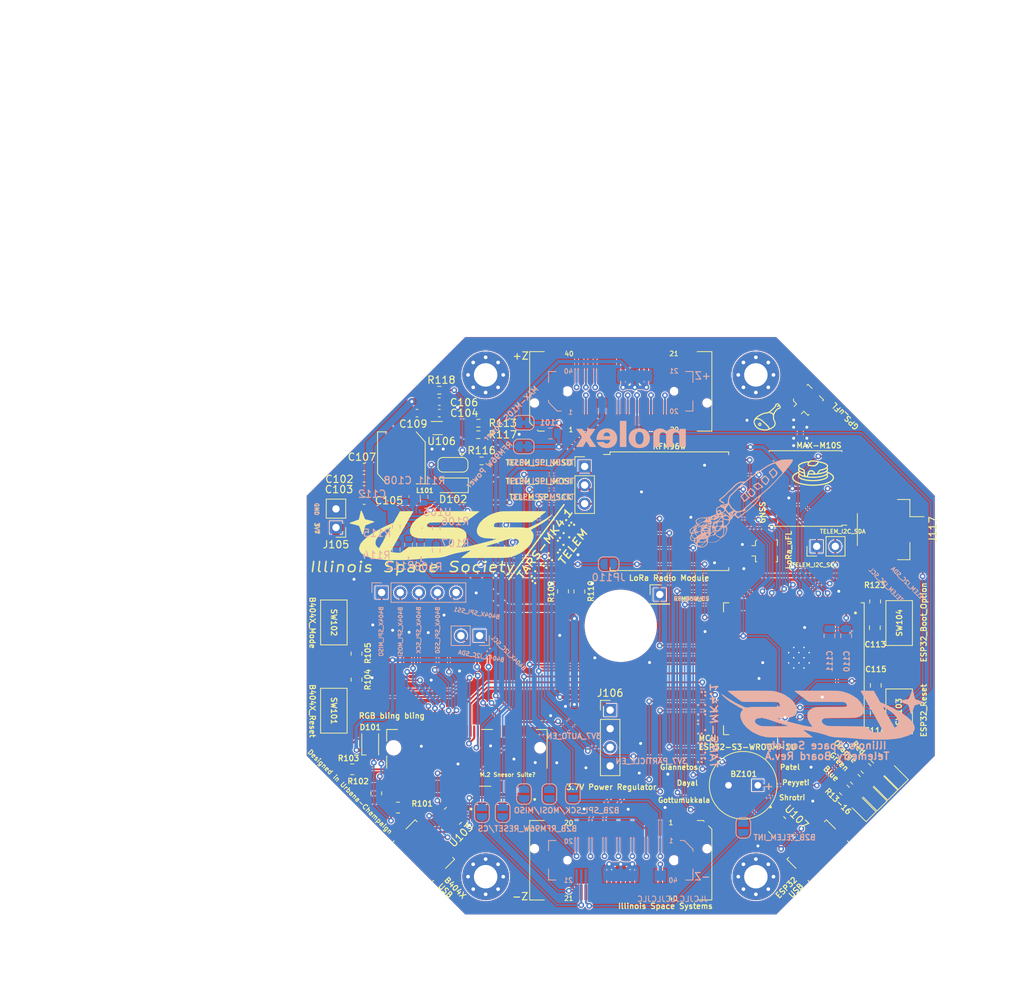
<source format=kicad_pcb>
(kicad_pcb (version 20211014) (generator pcbnew)
  (title_block (title "TARS MK4.1 Telemetry") (date "2023-03-26") (rev "A") (company "Illinois Space Society") (comment 4 "Contributors: Peter Giannetos, Eisha Peyyeti, Danny Guller, Rishi Patel"))
  (layers (0 "F.Cu" signal) (31 "B.Cu" signal) (34 "B.Paste" user) (35 "F.Paste" user) (36 "B.SilkS" user "B.Silkscreen") (37 "F.SilkS" user "F.Silkscreen") (38 "B.Mask" user) (39 "F.Mask" user) (44 "Edge.Cuts" user))
  (net 0 "")
  (net 1 "Net-(C101-Pad1)")
  (net 2 "GND")
  (net 3 "Net-(D101-Pad2)")
  (net 4 "/LTE_USB_5V")
  (net 5 "/B2B_SERVO_PWM")
  (net 6 "Net-(D101-Pad3)")
  (net 7 "/RESERVED_2")
  (net 8 "/RESERVED_3")
  (net 9 "/RESERVED_4")
  (net 10 "/B2B_UART_TX_PMB")
  (net 11 "/B2B_UART_RX_PMB")
  (net 12 "/3V3")
  (net 13 "/LTE_USB_DP")
  (net 14 "/TEENSY_GPIO_1")
  (net 15 "/LTE_USB_DN")
  (net 16 "/B2B_SPI_SCK")
  (net 17 "/B2B_SPI_MOSI")
  (net 18 "/B2B_I2C_SDA")
  (net 19 "/B2B_I2C_SCL")
  (net 20 "/B2B_UART_TX_TELEM")
  (net 21 "/B2B_UART_RX_TELEM")
  (net 22 "/B2B_SPI_MISO")
  (net 23 "/B2B_RFM96W_RESET")
  (net 24 "/B2B_RFM96W_CS")
  (net 25 "/B2B_RFM96W_INT")
  (net 26 "/5V")
  (net 27 "/Teensy_3V3")
  (net 28 "Net-(D101-Pad4)")
  (net 29 "/VBAT_3V7")
  (net 30 "Net-(D103-Pad2)")
  (net 31 "Net-(D104-Pad2)")
  (net 32 "Net-(D105-Pad2)")
  (net 33 "/PWM_BUZZER")
  (net 34 "/VBAT")
  (net 35 "Net-(D106-Pad2)")
  (net 36 "Net-(J101-Pad1)")
  (net 40 "/TELEM_SPI_MOSI")
  (net 41 "/TELEM_SPI_MISO")
  (net 42 "/TELEM_SPI_SCK")
  (net 43 "/TELEM_I2C_SCL")
  (net 44 "/MAX-M10S_INT")
  (net 45 "/MAX-M10S_RESET")
  (net 46 "/TELEM_I2C_SDA")
  (net 48 "/B404X_I2C_SCL")
  (net 49 "/RESERVED_1")
  (net 50 "/B404X_I2C_SDA")
  (net 51 "/ESP_USB_DN")
  (net 53 "/LED_RED")
  (net 54 "/LED_ORANGE")
  (net 55 "/LED_GREEN")
  (net 56 "/LED_BLUE")
  (net 57 "/RFM96W_CS")
  (net 58 "/RFM96W_RESET")
  (net 59 "/TELEM_INT")
  (net 60 "/UART_TX_PARTICLE")
  (net 61 "/UART_RX_PARTICLE")
  (net 62 "/RFM96W_DIO5")
  (net 63 "/RFM96W_DIO3")
  (net 64 "/RFM96W_DIO4")
  (net 65 "/RFM96W_DIO1")
  (net 66 "/ESP_USB_DP")
  (net 68 "/B404X_Reset")
  (net 72 "/TEENSY_SWITCH")
  (net 73 "/B404X_Mode")
  (net 75 "/RGB_R")
  (net 76 "/GPIO_0")
  (net 77 "/CHIP_PU")
  (net 78 "/RGB_G")
  (net 79 "/RGB_B")
  (net 85 "/3V7_PARTICLE_EN")
  (net 86 "/VBAT_SENSE")
  (net 88 "/B404X_SPI_MISO")
  (net 90 "/B404X_SPI_MOSI")
  (net 92 "/B404X_SPI_SCK")
  (net 110 "Net-(J103-Pad2)")
  (net 111 "Net-(J103-Pad3)")
  (net 113 "Net-(J104-Pad1)")
  (net 114 "Net-(J109-Pad1)")
  (net 115 "Net-(J109-Pad2)")
  (net 116 "Net-(J109-Pad3)")
  (net 118 "/RFM96W_DIO2")
  (net 119 "Net-(JP107-Pad2)")
  (net 120 "Net-(JP109-Pad2)")
  (net 121 "Net-(L101-Pad2)")
  (net 129 "Net-(D102-Pad1)")
  (net 133 "/3V7")
  (net 135 "/B404X_SPI_SS1")
  (net 136 "/B404X_SPI_SS0")
  (net 137 "Net-(JP110-Pad1)")
  (net 138 "Net-(R108-Pad1)")
  (net 139 "/ILM_3V7")
  (net 140 "/PG_3V7")
  (net 142 "Net-(C108-Pad1)")
  (net 143 "Net-(R106-Pad2)")
  (net 144 "Net-(R113-Pad1)")
  (net 145 "Net-(R114-Pad1)")
  (net 146 "/RTL_SDR_EN")
  (footprint "Resistor_SMD:R_0603_1608Metric" (layer "F.Cu") (at 75.2348 67.8434 180)
    (fp_text reference "R118")
    (fp_text value "20k")
  )
  (footprint "Connector_Coaxial:U.FL_Molex_MCRF_73412-0110_Vertical" (layer "F.Cu") (at 125.56 69.16 -45)
    (fp_text reference "J101" hide)
    (fp_text value "U.FL")
  )
  (footprint "Jumper:SolderJumper-3_P1.3mm_Open_RoundedPad1.0x1.5mm" (layer "F.Cu") (at 77.089 78.0189 180)
    (fp_text reference "JP109" hide)
    (fp_text value "SolderJumper_3_Open" hide)
  )
  (footprint "Capacitor_SMD:C_0603_1608Metric" (layer "F.Cu") (at 75.2348 69.3928)
    (fp_text reference "C106")
    (fp_text value "10uF")
  )
  (footprint "Capacitor_SMD:C_0805_2012Metric" (layer "F.Cu") (at 134.81 111.96 90)
    (fp_text reference "C114")
    (fp_text value "0.1uF")
  )
  (footprint "Connector_PinHeader_2.54mm:PinHeader_1x02_P2.54mm_Vertical" (layer "F.Cu") (at 61.13 86.58 180)
    (fp_text reference "J105")
    (fp_text value "Conn_01x02")
  )
  (footprint "Button_Switch_SMD:SW_SPST_FSMSM" (layer "F.Cu") (at 60.84 111.59 90)
    (fp_text reference "SW101")
    (fp_text value "SW_Push")
  )
  (footprint "Resistor_SMD:R_0805_2012Metric" (layer "F.Cu") (at 133.464655 119.464655 -45)
    (fp_text reference "R120" hide)
    (fp_text value "470")
  )
  (footprint "Diode_SMD:D_SOD-123F" (layer "F.Cu") (at 76.9874 80.8228 180)
    (fp_text reference "D102")
    (fp_text value "BZT52H-A5V1-QX")
  )
  (footprint "Connector_USB:USB_Micro-B_Molex_47346-0001" (layer "F.Cu") (at 73.42 130.384986 -45)
    (fp_text reference "J103" hide)
    (fp_text value "USB_B_Micro")
  )
  (footprint "Connector_USB:USB_Micro-B_Molex_47346-0001" (layer "F.Cu") (at 126.58 130.384986 45)
    (fp_text reference "J109" hide)
    (fp_text value "USB_B_Micro")
  )
  (footprint "Capacitor_SMD:C_0805_2012Metric" (layer "F.Cu") (at 134.68 100.26 -90)
    (fp_text reference "C113")
    (fp_text value "1uF")
  )
  (footprint "MCU_ESP32:ESP32-S3-WROOM-1U" (layer "F.Cu") (at 123.63 105.86 -90)
    (fp_text reference "U104" hide)
    (fp_text value "ESP32-S3-WROOM-1U")
  )
  (footprint "Package_TO_SOT_SMD:SOT-563" (layer "F.Cu") (at 75.0108 73.0095)
    (fp_text reference "U106")
    (fp_text value "TI_TPS566242DRLR")
  )
  (footprint "Connector_Molex_BTB:Molex_SlimStack_Receptacle_2091680401_2x20_P0.635mm" (layer "F.Cu") (at 100.000003 67.999991 180)
    (fp_text reference "J110" hide)
    (fp_text value "Molex_SlimStack_2091680401_2x20_P0.635mm")
  )
  (footprint "Resistor_SMD:R_0805_2012Metric" (layer "F.Cu") (at 134.72 96.68 90)
    (fp_text reference "R123")
    (fp_text value "10K")
  )
  (footprint "Connector_PinHeader_2.54mm:PinHeader_1x02_P2.54mm_Vertical" (layer "F.Cu") (at 126.746 89.154 90)
    (fp_text reference "J113" hide)
    (fp_text value "Conn_01x02")
  )
  (footprint "Connector_PinHeader_2.54mm:PinHeader_1x01_P2.54mm_Vertical" (layer "F.Cu") (at 105.33 95.73)
    (fp_text reference "J114" hide)
    (fp_text value "Conn_01x05")
  )
  (footprint "memes:MK4 braille" (layer "F.Cu") (at 90.7796 90.0684 53.4)
    (fp_text reference "G***" hide)
    (fp_text value "LOGO" hide)
  )
  (footprint "Capacitor_SMD:C_0603_1608Metric" (layer "F.Cu") (at 64.9732 78.3336 180)
    (fp_text reference "C107")
    (fp_text value "22uF")
  )
  (footprint "Capacitor_SMD:C_0603_1608Metric" (layer "F.Cu") (at 75.2348 70.9676)
    (fp_text reference "C104")
    (fp_text value "10uF")
  )
  (footprint "Resistor_SMD:R_0805_2012Metric" (layer "F.Cu") (at 66.63 122.87 90)
    (fp_text reference "R102")
    (fp_text value "1K")
  )
  (footprint "Resistor_SMD:R_0805_2012Metric" (layer "F.Cu") (at 63.93 107.35 -90)
    (fp_text reference "R104")
    (fp_text value "9K")
  )
  (footprint "Resistor_SMD:R_0805_2012Metric" (layer "F.Cu") (at 134.864765 118.054765 -45)
    (fp_text reference "R119" hide)
    (fp_text value "470")
  )
  (footprint "LED_SMD:LED_0805_2012Metric" (layer "F.Cu") (at 134.474655 123.394655 135)
    (fp_text reference "D105" hide)
    (fp_text value "GREEN LED")
  )
  (footprint "Resistor_SMD:R_0603_1608Metric" (layer "F.Cu") (at 80.5688 73.914)
    (fp_text reference "R117")
    (fp_text value "155k")
  )
  (footprint "Button_Switch_SMD:SW_SPST_FSMSM" (layer "F.Cu") (at 60.84 99.54 -90)
    (fp_text reference "SW102")
    (fp_text value "SW_Push")
  )
  (footprint "Resistor_SMD:R_0805_2012Metric" (layer "F.Cu") (at 130.525125 122.415125 -45)
    (fp_text reference "R122" hide)
    (fp_text value "470")
  )
  (footprint "Capacitor_SMD:C_0603_1608Metric" (layer "F.Cu") (at 72.1868 70.9676 180)
    (fp_text reference "C109")
    (fp_text value "0.1uF")
  )
  (footprint "Connector_Molex_BTB:Molex_SlimStack_Receptacle_2091680401_2x20_P0.635mm" (layer "F.Cu") (at 100.000003 131.99999)
    (fp_text reference "J111" hide)
    (fp_text value "Molex_SlimStack_2091680401_2x20_P0.635mm")
  )
  (footprint "Resistor_SMD:R_0603_1608Metric" (layer "F.Cu") (at 81.0006 77.4954)
    (fp_text reference "R116")
    (fp_text value "30k")
  )
  (footprint "Capacitor_SMD:C_0805_2012Metric" (layer "F.Cu") (at 134.81 108.13 90)
    (fp_text reference "C115")
    (fp_text value "0.1uF")
  )
  (footprint "Resistor_SMD:R_0805_2012Metric" (layer "F.Cu") (at 94.35 95.31 90)
    (fp_text reference "R110")
    (fp_text value "100k")
  )
  (footprint "LED_SMD:LED_0805_2012Metric" (layer "F.Cu") (at 132.972322 124.862322 135)
    (fp_text reference "D106" hide)
    (fp_text value "BLUE LED")
  )
  (footprint "RF_GPS:ublox_MAX" (layer "F.Cu") (at 125.222 81.26 180)
    (fp_text reference "U101" hide)
    (fp_text value "MAX-M10S")
  )
  (footprint "Connector_PinHeader_2.54mm:PinHeader_1x03_P2.54mm_Vertical" (layer "F.Cu") (at 95.07 78.25)
    (fp_text reference "J112" hide)
    (fp_text value "Conn_01x03")
  )
  (footprint "Resistor_SMD:R_0805_2012Metric" (layer "F.Cu") (at 63.35 119.59 180)
    (fp_text reference "R103")
    (fp_text value "1K")
  )
  (footprint "LED_SMD:LED_0805_2012Metric" (layer "F.Cu") (at 135.927087 121.917087 135)
    (fp_text reference "D104" hide)
    (fp_text value "ORANGE LED")
  )
  (footprint "SOT95P280X145-6N:SOT95P280X145-6N" (layer "F.Cu") (at 77.09 125.93 -135)
    (fp_text reference "U103")
    (fp_text value "USBLC6-2P6")
  )
  (footprint "LED_SMD:LED_Cree-PLCC4_2x2mm_CW" (layer "F.Cu") (at 65.8 116.18 90)
    (fp_text reference "D101")
    (fp_text value "LED_ABGR")
  )
  (footprint "Connector_M.2:TE_21992304" (layer "F.Cu") (at 79 116.65 180)
    (fp_text reference "J102" hide)
    (fp_text value "B404X")
  )
  (footprint "Button_Switch_SMD:SW_SPST_FSMSM" (layer "F.Cu") (at 138 99.625 -90)
    (fp_text reference "SW104")
    (fp_text value "SW_Push")
  )
  (footprint "SOT95P280X145-6N:SOT95P280X145-6N" (layer "F.Cu") (at 121.35 127.21 -45)
    (fp_text reference "U107")
    (fp_text value "USBLC6-2P6")
  )
  (footprint "Resistor_SMD:R_0603_1608Metric" (layer "F.Cu") (at 80.5688 72.3392)
    (fp_text reference "R113")
    (fp_text value "30k")
  )
  (footprint "memes:pancakes" (layer "F.Cu") (at 126.25 79.15)
    (fp_text reference "G***" hide)
    (fp_text value "LOGO" hide)
  )
  (footprint "RF_Module:HOPERF_RFM9XW_SMD" (layer "F.Cu") (at 106.64 84.36)
    (fp_text reference "U102" hide)
    (fp_text value "RFM96W-433S2")
  )
  (footprint "Resistor_SMD:R_0805_2012Metric" (layer "F.Cu") (at 92.12 95.3 -90)
    (fp_text reference "R109")
    (fp_text value "200k")
  )
  (footprint "Capacitor_SMD:C_0603_1608Metric" (layer "F.Cu") (at 64.9732 79.8576 180)
    (fp_text reference "C102")
    (fp_text value "22uF")
  )
  (footprint "Button_Switch_SMD:SW_SPST_FSMSM" (layer "F.Cu") (at 138 111.675 90)
    (fp_text reference "SW103")
    (fp_text value "SW_Push")
  )
  (footprint "Capacitor_SMD:C_0603_1608Metric" (layer "F.Cu") (at 64.9732 82.9056 180)
    (fp_text reference "C105")
    (fp_text value "22uF")
  )
  (footprint "Inductor_TDK:L_TDK_SPM6530" (layer "F.Cu") (at 70.0578 77.0735 90)
    (fp_text reference "L101")
    (fp_text value "2.2uH")
  )
  (footprint "Connector_Molex:Molex_CLIK-Mate_502494-0270_1x02-1MP_P2.00mm_Horizontal" (layer "F.Cu") (at 137.556 86.868 -90)
    (fp_text reference "J117")
    (fp_text value "Molex Micro-Lock 5055780271")
  )
  (footprint "Resistor_SMD:R_0805_2012Metric" (layer "F.Cu") (at 63.93 103.8 90)
    (fp_text reference "R105")
    (fp_text value "9K")
  )
  (footprint "Connector_PinHeader_2.54mm:PinHeader_1x04_P2.54mm_Vertical" (layer "F.Cu") (at 98.552 111.506)
    (fp_text reference "J106")
    (fp_text value "Conn_01x04")
  )
  (footprint "Capacitor_SMD:C_0603_1608Metric" (layer "F.Cu") (at 64.9732 81.3816 180)
    (fp_text reference "C103")
    (fp_text value "22uF")
  )
  (footprint "Logos_ISS:ISS_LOGO_extreme small" (layer "F.Cu") (at 76.39 87.726764)
    (fp_text reference "G***" hide)
    (fp_text value "LOGO" hide)
  )
  (footprint "LED_SMD:LED_0805_2012Metric" (layer "F.Cu") (at 137.377197 120.477197 135)
    (fp_text reference "D103" hide)
    (fp_text value "RED LED")
  )
  (footprint "memes:ham" (layer "F.Cu") (at 119.99 71.54)
    (fp_text reference "G***" hide)
    (fp_text value "LOGO" hide)
  )
  (footprint "Buzzer_Beeper:MagneticBuzzer_PUI_AT-0927-TT-6-R" (layer "F.Cu") (at 118.71 121.77 180)
    (fp_text reference "BZ101")
    (fp_text value "Buzzer")
  )
  (footprint "Connector_Coaxial:U.FL_Molex_MCRF_73412-0110_Vertical" (layer "F.Cu") (at 119.888 89.76 -90)
    (fp_text reference "J104" hide)
    (fp_text value "U.FL")
  )
  (footprint "Resistor_SMD:R_0805_2012Metric" (layer "F.Cu") (at 69.59 124.81 180)
    (fp_text reference "R101")
    (fp_text value "1K")
  )
  (footprint "Resistor_SMD:R_0805_2012Metric" (layer "F.Cu") (at 132.01989 120.94989 -45)
    (fp_text reference "R121" hide)
    (fp_text value "470")
  )
  (footprint "Efuses:VQFN-HR-RPW0010A" (layer "B.Cu") (at 71.8454 85.2822 90)
    (fp_text reference "U105")
    (fp_text value "TPS25947")
  )
  (footprint "Logos_ISS:MOLEX" (layer "B.Cu") (at 101.38 73.89 180)
    (fp_text reference "G***" hide)
    (fp_text value "LOGO" hide)
  )
  (footprint "Jumper:SolderJumper-2_P1.3mm_Open_RoundedPad1.0x1.5mm" (layer "B.Cu") (at 116.73 127.58 -90)
    (fp_text reference "JP108" hide)
    (fp_text value "SolderJumper_2_Open")
  )
  (footprint "Jumper:SolderJumper-2_P1.3mm_Bridged_RoundedPad1.0x1.5mm" (layer "B.Cu") (at 86.76 75.52)
    (fp_text reference "JP106" hide)
    (fp_text value "Jumper_NC_Small")
  )
  (footprint "Jumper:SolderJumper-2_P1.3mm_Bridged_RoundedPad1.0x1.5mm" (layer "B.Cu") (at 86.76 72.28)
    (fp_text reference "JP107" hide)
    (fp_text value "Jumper_NC_Small")
  )
  (footprint "Resistor_SMD:R_0603_1608Metric" (layer "B.Cu") (at 73.1408 82.3906 -90)
    (fp_text reference "R111")
    (fp_text value "1k2")
  )
  (footprint "Capacitor_SMD:C_0603_1608Metric" (layer "B.Cu") (at 68.6958 83.0002 90)
    (fp_text reference "C112")
    (fp_text value "470uF")
  )
  (footprint "Capacitor_SMD:C_0805_2012Metric" (layer "B.Cu") (at 130.77 101.36 -90)
    (fp_text reference "C110")
    (fp_text value "22uF")
  )
  (footprint "Jumper:SolderJumper-2_P1.3mm_Open_RoundedPad1.0x1.5mm" (layer "B.Cu") (at 81.05 125.44 90)
    (fp_text reference "JP102" hide)
    (fp_text value "SolderJumper_2_Open")
  )
  (footprint "Jumper:SolderJumper-2_P1.3mm_Open_RoundedPad1.0x1.5mm" (layer "B.Cu") (at 86.79 122.96 90)
    (fp_text reference "JP103" hide)
    (fp_text value "SolderJumper_2_Open")
  )
  (footprint "Connector_PinHeader_2.54mm:PinHeader_1x02_P2.54mm_Vertical" (layer "B.Cu") (at 80.725 101.35 90)
    (fp_text reference "J108" hide)
    (fp_text value "Conn_01x02")
  )
  (footprint "Jumper:SolderJumper-2_P1.3mm_Open_RoundedPad1.0x1.5mm" (layer "B.Cu") (at 98.3488 91.5924)
    (fp_text reference "JP110")
    (fp_text value "Jumper_2_Open")
  )
  (footprint "Capacitor_SMD:C_0805_2012Metric" (layer "B.Cu") (at 128.49 101.36 -90)
    (fp_text reference "C111")
    (fp_text value "0.1uF")
  )
  (footprint "Jumper:SolderJumper-2_P1.3mm_Open_RoundedPad1.0x1.5mm" (layer "B.Cu") (at 83.88 125.44 90)
    (fp_text reference "JP101" hide)
    (fp_text value "SolderJumper_2_Open")
  )
  (footprint "Connector_PinHeader_2.54mm:PinHeader_1x05_P2.54mm_Vertical" (layer "B.Cu") (at 67.36 95.46 -90)
    (fp_text reference "J107" hide)
    (fp_text value "Conn_01x04")
  )
  (footprint "memes:eisha_rocket" (layer "B.Cu") (at 116.4336 83.0072 180)
    (fp_text reference "G***" hide)
    (fp_text value "LOGO" hide)
  )
  (footprint "MountingHole:MountingHole_3.2mm_M3_Pad_Via" (layer "B.Cu") (at 118.442536 134.247282 180)
    (fp_text reference "REF**" hide)
    (fp_text value "MountingHole_3.2mm_M3_Pad_Via")
  )
  (footprint "Resistor_SMD:R_0603_1608Metric" (layer "B.Cu") (at 69.3562 89.5788 -90)
    (fp_text reference "R114")
    (fp_text value "120k")
  )
  (footprint "MountingHole:MountingHole_3.2mm_M3_Pad_Via" (layer "B.Cu") (at 81.557464 134.247282 180)
    (fp_text reference "REF**" hide)
    (fp_text value "MountingHole_3.2mm_M3_Pad_Via")
  )
  (footprint "memes:MK4 braille" (layer "B.Cu") (at 111.029989 113.839676 90)
    (fp_text reference "G***" hide)
    (fp_text value "LOGO" hide)
  )
  (footprint "Connector_Molex_BTB:Molex_SlimStack_Plug_550910474_2x20_P0.365mm" (layer "B.Cu") (at 100.000003 67.990009)
    (fp_text reference "J115" hide)
    (fp_text value "Molex_SlimStack_Plug_550910474_2x20_P0.365mm")
  )
  (footprint "Capacitor_SMD:C_0805_2012Metric" (layer "B.Cu") (at 90.4 73.74 180)
    (fp_text reference "C101")
    (fp_text value "10uF")
  )
  (footprint "Resistor_SMD:R_0603_1608Metric" (layer "B.Cu") (at 71.0326 88.9438 -90)
    (fp_text reference "R112")
    (fp_text value "47k")
  )
  (footprint "MountingHole:MountingHole_3.2mm_M3_Pad_Via" (layer "B.Cu") (at 81.557464 65.752718 180)
    (fp_text reference "REF**" hide)
    (fp_text value "MountingHole_3.2mm_M3_Pad_Via" hide)
  )
  (footprint "Jumper:SolderJumper-2_P1.3mm_Open_RoundedPad1.0x1.5mm" (layer "B.Cu") (at 93.46 122.93 90)
    (fp_text reference "JP105" hide)
    (fp_text value "SolderJumper_2_Open")
  )
  (footprint "MountingHole:MountingHole_3.2mm_M3_Pad_Via" (layer "B.Cu") (at 118.442536 65.752718 180)
    (fp_text reference "REF**" hide)
    (fp_text value "MountingHole_3.2mm_M3_Pad_Via" hide)
  )
  (footprint "Connector_Molex_BTB:Molex_SlimStack_Plug_550910474_2x20_P0.365mm" (layer "B.Cu") (at 100.000003 131.99999 180)
    (fp_text reference "J116" hide)
    (fp_text value "Molex_SlimStack_Plug_550910474_2x20_P0.365mm")
  )
  (footprint "Logos_ISS:ISS_LOGO_extreme small" (layer "B.Cu") (at 128.024121 112.231764 180)
    (fp_text reference "G***" hide)
    (fp_text value "LOGO" hide)
  )
  (footprint "Capacitor_SMD:C_0603_1608Metric" (layer "B.Cu") (at 70.5754 82.3652 90)
    (fp_text reference "C108")
    (fp_text value "5.1nF")
  )
  (footprint "Resistor_SMD:R_0603_1608Metric" (layer "B.Cu") (at 74.8172 86.6578 -90)
    (fp_text reference "R106")
    (fp_text value "470k")
  )
  (footprint "Resistor_SMD:R_0603_1608Metric" (layer "B.Cu") (at 69.3562 86.4546 90)
    (fp_text reference "R115")
    (fp_text value "470k")
  )
  (footprint "Jumper:SolderJumper-2_P1.3mm_Open_RoundedPad1.0x1.5mm" (layer "B.Cu") (at 90.25 122.97 90)
    (fp_text reference "JP104" hide)
    (fp_text value "SolderJumper_2_Open")
  )
  (footprint "Resistor_SMD:R_0603_1608Metric" (layer "B.Cu") (at 74.8172 89.7312 -90)
    (fp_text reference "R107")
    (fp_text value "120k")
  )
  (footprint "Resistor_SMD:R_0603_1608Metric" (layer "B.Cu") (at 72.6582 88.9438 -90)
    (fp_text reference "R108")
    (fp_text value "390k")
  )
  (gr_line (start 71.0184 90.9828) (end 71.0184 90.6272) (layer "B.SilkS") (width 0.2))
  (gr_line (start 72.7456 91.1606) (end 72.7456 90.6018) (layer "B.SilkS") (width 0.2))
  (gr_line (start 92.2528 83.4644) (end 84.71 93.68) (layer "F.SilkS") (width 0.2))
  (gr_line locked (start 78.712663 60.47) (end 57.011885 82.19374) (layer "Edge.Cuts") (width 0.01))
  (gr_circle locked (center 100 100) (end 104.8125 100) (layer "Edge.Cuts") (width 0.01) (fill none))
  (gr_line locked (start 121.287337 139.53) (end 142.988115 117.80626) (layer "Edge.Cuts") (width 0.01))
  (gr_line locked (start 121.287337 139.53) (end 78.712663 139.53) (layer "Edge.Cuts") (width 0.01))
  (gr_line locked (start 142.988115 82.19374) (end 121.287337 60.47) (layer "Edge.Cuts") (width 0.01))
  (gr_line locked (start 142.988115 117.80626) (end 142.988115 82.19374) (layer "Edge.Cuts") (width 0.01))
  (gr_line locked (start 57.011885 82.19374) (end 57.011885 117.80626) (layer "Edge.Cuts") (width 0.01))
  (gr_line locked (start 57.011885 117.80626) (end 78.712663 139.53) (layer "Edge.Cuts") (width 0.01))
  (gr_line locked (start 121.287337 60.47) (end 78.712663 60.47) (layer "Edge.Cuts") (width 0.01))
  (gr_text "21" (at 107.25 65.22) (layer "B.SilkS") (effects (font (size 0.65 0.65) (thickness 0.12)) (justify mirror)))
  (gr_text "40" (at 92.86 65.25) (layer "B.SilkS") (effects (font (size 0.65 0.65) (thickness 0.12)) (justify mirror)))
  (gr_text "B404X_SPI_MOSI" (at 69.93 100.81 -270) (layer "B.SilkS") (effects (font (size 0.55 0.55) (thickness 0.12)) (justify mirror)))
  (gr_text "+Z" (at 111.2 65.87) (layer "B.SilkS") (effects (font (size 1 1)) (justify mirror)))
  (gr_text "B404X_SPI_SCK" (at 72.42 100.6 -270) (layer "B.SilkS") (effects (font (size 0.55 0.55) (thickness 0.12)) (justify mirror)))
  (gr_text "RFM96W Power" (at 82.05 78.01 45) (layer "B.SilkS") (effects (font (size 0.75 0.75)) (justify mirror)))
  (gr_text "RFM96W_CS" (at 109.67 96.31) (layer "B.SilkS") (effects (font (size 0.55 0.55) (thickness 0.12)) (justify mirror)))
  (gr_text "3V7_AUTO_EN" (at 93.61 115.06) (layer "B.SilkS") (effects (font (size 0.75 0.75)) (justify mirror)))
  (gr_text "1" (at 93.13 70.84) (layer "B.SilkS") (effects (font (size 0.65 0.65) (thickness 0.12)) (justify mirror)))
  (gr_text "20" (at 107.27 70.74) (layer "B.SilkS") (effects (font (size 0.65 0.65) (thickness 0.12)) (justify mirror)))
  (gr_text "B404X_SPI_MISO" (at 67.29 100.77 -270) (layer "B.SilkS") (effects (font (size 0.55 0.55) (thickness 0.12)) (justify mirror)))
  (gr_text "TELEM_I2C_SCL" (at 136.2 94.41 315) (layer "B.SilkS") (effects (font (size 0.55 0.55) (thickness 0.12)) (justify mirror)))
  (gr_text "B2B_TELEM_INT" (at 122.37 128.89) (layer "B.SilkS") (effects (font (size 0.75 0.75)) (justify mirror)))
  (gr_text "40" (at 107.16 134.74) (layer "B.SilkS") (effects (font (size 0.65 0.65) (thickness 0.12)) (justify mirror)))
  (gr_text "JLCJLCJLCJLCJLC" (at 107.07 137.29) (layer "B.SilkS") (effects (font (size 0.75 0.75) (thickness 0.12)) (justify mirror)))
  (gr_text "B2B_SPI_SCK/MOSI/MISO" (at 92.62 125.2) (layer "B.SilkS") (effects (font (size 0.75 0.75)) (justify mirror)))
  (gr_text "-Z" (at 111.14 134.23) (layer "B.SilkS") (effects (font (size 1 1)) (justify mirror)))
  (gr_text "20\n" (at 92.87 129.42) (layer "B.SilkS") (effects (font (size 0.65 0.65) (thickness 0.12)) (justify mirror)))
  (gr_text "+" (at 120.22 122.01 180) (layer "B.SilkS") (effects (font (size 1 1)) (justify mirror)))
  (gr_text "MAX-M10S Power" (at 85.01 71.02 45) (layer "B.SilkS") (effects (font (size 0.75 0.75)) (justify mirror)))
  (gr_text "B404X_I2C_SCL" (at 84.68 103.74 -45) (layer "B.SilkS") (effects (font (size 0.55 0.55) (thickness 0.12)) (justify mirror)))
  (gr_text "B404X_I2C_SDA" (at 80.96 104.14 -10) (layer "B.SilkS") (effects (font (size 0.55 0.55) (thickness 0.12)) (justify mirror)))
  (gr_text "TELEM_SPI_MOSI" (at 89.13 80.25) (layer "B.SilkS") (effects (font (size 0.75 0.75)) (justify mirror)))
  (gr_text "TELEM_I2C_SDA" (at 139.23 94.27 315) (layer "B.SilkS") (effects (font (size 0.55 0.55) (thickness 0.12)) (justify mirror)))
  (gr_text "Telemetry Board Rev.A" (at 128.169111 117.78676) (layer "B.SilkS") (effects (font (size 1 1) (thickness 0.2)) (justify mirror)))
  (gr_text "TELEM_SPI_MISO" (at 89.13 77.71) (layer "B.SilkS") (effects (font (size 0.75 0.75)) (justify mirror)))
  (gr_text "3V7_PARTICLE_EN" (at 104.2 118.48) (layer "B.SilkS") (effects (font (size 0.75 0.75)) (justify mirror)))
  (gr_text "GND" (at 58.47 84.08 -90) (layer "B.SilkS") (effects (font (size 0.55 0.55) (thickness 0.12)) (justify mirror)))
  (gr_text "3V7\n" (at 58.6 86.7 -90) (layer "B.SilkS") (effects (font (size 0.55 0.55) (thickness 0.12)) (justify mirror)))
  (gr_text "B404X_SPI_SS0" (at 75.01 100.6 -270) (layer "B.SilkS") (effects (font (size 0.55 0.55) (thickness 0.12)) (justify mirror)))
  (gr_text "Illinois Space Society" (at 128.024121 116.341764) (layer "B.SilkS") (effects (font (size 1 1) (thickness 0.2)) (justify mirror)))
  (gr_text "TELEM_SPI_SCK" (at 89.38 82.42) (layer "B.SilkS") (effects (font (size 0.75 0.75)) (justify mirror)))
  (gr_text "TARS-MK4.1" (at 112.6744 113.6396 270) (layer "B.SilkS") (effects (font (size 1 1.25) (thickness 0.2) italic) (justify mirror)))
  (gr_text "1" (at 106.86 129.34) (layer "B.SilkS") (effects (font (size 0.65 0.65) (thickness 0.12)) (justify mirror)))
  (gr_text "B2B_RFM96W_RESET/CS" (at 87.26 127.69) (layer "B.SilkS") (effects (font (size 0.75 0.75)) (justify mirror)))
  (gr_text "21" (at 92.84 134.74) (layer "B.SilkS") (effects (font (size 0.65 0.65) (thickness 0.12)) (justify mirror)))
  (gr_text "B404X_SPI_SS1" (at 80.35 98.28 -10) (layer "B.SilkS") (effects (font (size 0.55 0.55) (thickness 0.12)) (justify mirror)))
  (gr_text "B404X\nUSB" (at 75.62 134.86 315) (layer "F.SilkS") (effects (font (size 0.75 0.75)) (justify left)))
  (gr_text "Blue" (at 127.78 119.23 315) (layer "F.SilkS") (effects (font (size 0.75 0.75)) (justify left)))
  (gr_text "GND" (at 58.5 84.07 270) (layer "F.SilkS") (effects (font (size 0.55 0.55) (thickness 0.12))))
  (gr_text "Gottumukkala" (at 108.65 123.8) (layer "F.SilkS") (effects (font (size 0.7 0.7))))
  (gr_text "Patel" (at 123.1 119.3) (layer "F.SilkS") (effects (font (size 0.7 0.7))))
  (gr_text "ESP32_Reset" (at 141.36 111.56 90) (layer "F.SilkS") (effects (font (size 0.75 0.75))))
  (gr_text "Illinois Space Systems" (at 106.1 138.26) (layer "F.SilkS") (effects (font (size 0.75 0.75))))
  (gr_text "ESP32_Boot_Option" (at 141.36 99.53 90) (layer "F.SilkS") (effects (font (size 0.75 0.75))))
  (gr_text "TELEM_SPI_MOSI" (at 88.81 80.28) (layer "F.SilkS") (effects (font (size 0.75 0.75))))
  (gr_text "21" (at 92.9 137.21) (layer "F.SilkS") (effects (font (size 0.65 0.65) (thickness 0.12))))
  (gr_text "3.7V Power Regulator" (at 98.72 122.01) (layer "F.SilkS") (effects (font (size 0.75 0.75))))
  (gr_text "GPS_uFL" (at 130.64 71.38 135) (layer "F.SilkS") (effects (font (size 0.75 0.75))))
  (gr_text "TELEM" (at 93.472 89.2556 53.4) (layer "F.SilkS") (effects (font (size 1 1.25) (thickness 0.2) italic)))
  (gr_text "B404X_Reset" (at 57.91 111.62 270) (layer "F.SilkS") (effects (font (size 0.75 0.75))))
  (gr_text "Peyyeti" (at 123.9 121.4) (layer "F.SilkS") (effects (font (size 0.7 0.7))))
  (gr_text "-Z" (at 86.28 136.95) (layer "F.SilkS") (effects (font (size 1 1))))
  (gr_text "20" (at 107.32 73.22) (layer "F.SilkS") (effects (font (size 0.65 0.65) (thickness 0.12))))
  (gr_text "GNSS" (at 119.36 84.53 90) (layer "F.SilkS") (effects (font (size 0.75 0.75))))
  (gr_text "TELEM_I2C_SDA" (at 130.302 87.122) (layer "F.SilkS") (effects (font (size 0.55 0.55) (thickness 0.12))))
  (gr_text "ESP32\nUSB" (at 124.36 134.84 45) (layer "F.SilkS") (effects (font (size 0.75 0.75)) (justify right)))
  (gr_text "Green" (at 128.61 117.34 315) (layer "F.SilkS") (effects (font (size 0.75 0.75)) (justify left)))
  (gr_text "LoRa Radio Module" (at 106.59999 93.469993) (layer "F.SilkS") (effects (font (size 0.75 0.75))))
  (gr_text "40" (at 107.12 137.23) (layer "F.SilkS") (effects (font (size 0.65 0.65) (thickness 0.12))))
  (gr_text "MAX-M10S" (at 127.05 75.38) (layer "F.SilkS") (effects (font (size 0.75 0.75))))
  (gr_text "Shrotri" (at 123.4 123.45) (layer "F.SilkS") (effects (font (size 0.7 0.7))))
  (gr_text "Dayal" (at 109.1 121.45) (layer "F.SilkS") (effects (font (size 0.7 0.7))))
  (gr_text "TELEM_SPI_SCK" (at 89.06 82.45) (layer "F.SilkS") (effects (font (size 0.75 0.75))))
  (gr_text "Giannetos" (at 107.95 119.3) (layer "F.SilkS") (effects (font (size 0.7 0.7))))
  (gr_text "MCU\nESP32-S3-WROOM-1U" (at 110.54 115.95) (layer "F.SilkS") (effects (font (size 0.75 0.75)) (justify left)))
  (gr_text "TELEM_I2C_SCL" (at 126.492 91.694) (layer "F.SilkS") (effects (font (size 0.55 0.55) (thickness 0.12))))
  (gr_text "Red" (at 131.66 115.85 315) (layer "F.SilkS") (effects (font (size 0.75 0.75)) (justify left)))
  (gr_text "Orange" (at 129.2 115.69 315) (layer "F.SilkS") (effects (font (size 0.75 0.75)) (justify left)))
  (gr_text "1" (at 93.2 73.23) (layer "F.SilkS") (effects (font (size 0.65 0.65) (thickness 0.12))))
  (gr_text "TELEM_SPI_MISO" (at 88.81 77.74) (layer "F.SilkS") (effects (font (size 0.75 0.75))))
  (gr_text "B404X_Mode" (at 57.91 99.59 270) (layer "F.SilkS") (effects (font (size 0.75 0.75))))
  (gr_text "RFM96W_CS" (at 109.65 96.32) (layer "F.SilkS") (effects (font (size 0.55 0.55) (thickness 0.12))))
  (gr_text "TARS-MK4.1" (at 89.634425 88.819896 53.4) (layer "F.SilkS") (effects (font (size 1 1.25) (thickness 0.2) italic)))
  (gr_text "M.2 Snesor Suite?" (at 84.58 120.33) (layer "F.SilkS") (effects (font (size 0.55 0.55) (thickness 0.12))))
  (gr_text "1" (at 106.85 126.87) (layer "F.SilkS") (effects (font (size 0.65 0.65) (thickness 0.12))))
  (gr_text "3V7\n" (at 58.49 86.69 270) (layer "F.SilkS") (effects (font (size 0.55 0.55) (thickness 0.12))))
  (gr_text "+Z" (at 86.34 63.15) (layer "F.SilkS") (effects (font (size 1 1))))
  (gr_text "21" (at 107.26 62.85) (layer "F.SilkS") (effects (font (size 0.65 0.65) (thickness 0.12))))
  (gr_text "Illinois Space Society" (at 71.52 91.97) (layer "F.SilkS") (effects (font (size 1.4 1.7) (thickness 0.2) italic)))
  (gr_text "R13-16" (at 127.99 122.29 315) (layer "F.SilkS") (effects (font (size 0.75 0.75)) (justify left)))
  (gr_text "RFM96W" (at 106.65 75.52) (layer "F.SilkS") (effects (font (size 0.75 0.75))))
  (gr_text "20" (at 92.9 126.89) (layer "F.SilkS") (effects (font (size 0.65 0.65) (thickness 0.12))))
  (gr_text "LoRa_uFL" (at 122.936 89.662 90) (layer "F.SilkS") (effects (font (size 0.75 0.75))))
  (gr_text "40" (at 92.95 62.87) (layer "F.SilkS") (effects (font (size 0.65 0.65) (thickness 0.12))))
  (gr_text "RGB bling bling" (at 64.17 112.28) (layer "F.SilkS") (effects (font (size 0.75 0.75)) (justify left)))
  (gr_text "Designed in Urbana-Champaign" (at 63.05 122.66 -45) (layer "F.SilkS") (effects (font (size 0.65 0.65) (thickness 0.13))))
  (segment (start 91.55 75.55) (end 104.57 75.55) (width 0.5) (layer "F.Cu") (net 1))
  (segment (start 112.38 83.36) (end 114.64 83.36) (width 0.5) (layer "F.Cu") (net 1))
  (segment (start 104.57 75.55) (end 112.38 83.36) (width 0.5) (layer "F.Cu") (net 1))
  (segment (start 91.54 75.56) (end 91.55 75.55) (width 0.5) (layer "F.Cu") (net 1))
  (via (at 91.54 75.56) (size 0.8) (drill 0.4) (layers "F.Cu" "B.Cu") (net 1))
  (segment (start 91.54 73.93) (end 91.54 75.56) (width 0.5) (layer "B.Cu") (net 1))
  (segment (start 87.45 75.56) (end 91.54 75.56) (width 0.5) (layer "B.Cu") (net 1))
  (via (at 66.06 107.09) (size 0.8) (drill 0.4) (layers "F.Cu" "B.Cu") (net 2))
  (via (at 85.42 118.19) (size 0.8) (drill 0.4) (layers "F.Cu" "B.Cu") (net 2))
  (via (at 112.8 91.4) (size 0.8) (drill 0.4) (layers "F.Cu" "B.Cu") (net 2))
  (via (at 102.53 120.1) (size 0.8) (drill 0.4) (layers "F.Cu" "B.Cu") (net 2))
  (via (at 129.76 95.29) (size 0.8) (drill 0.4) (layers "F.Cu" "B.Cu") (net 2))
  (via (at 80.27 95.51) (size 0.8) (drill 0.4) (layers "F.Cu" "B.Cu") (net 2))
  (via (at 106.05 124.8) (size 0.8) (drill 0.4) (layers "F.Cu" "B.Cu") (net 2))
  (via (at 74.2442 75.8698) (size 0.8) (drill 0.4) (layers "F.Cu" "B.Cu") (net 2))
  (via (at 68.86 100.61) (size 0.8) (drill 0.4) (layers "F.Cu" "B.Cu") (net 2))
  (via (at 116.6 88.9) (size 0.8) (drill 0.4) (layers "F.Cu" "B.Cu") (net 2))
  (via (at 127.508 109.728) (size 0.8) (drill 0.4) (layers "F.Cu" "B.Cu") (net 2))
  (via (at 126.21 123.93) (size 0.8) (drill 0.4) (layers "F.Cu" "B.Cu") (net 2))
  (via (at 96.46 104.37) (size 0.8) (drill 0.4) (layers "F.Cu" "B.Cu") (net 2))
  (via (at 125.4 74.4) (size 0.8) (drill 0.4) (layers "F.Cu" "B.Cu") (net 2))
  (via (at 71.11 100.88) (size 0.8) (drill 0.4) (layers "F.Cu" "B.Cu") (net 2))
  (via (at 125.1 100.23) (size 0.8) (drill 0.4) (layers "F.Cu" "B.Cu") (net 2))
  (via (at 123.6 72.9) (size 0.8) (drill 0.4) (layers "F.Cu" "B.Cu") (net 2))
  (via (at 125.4 72.9) (size 0.8) (drill 0.4) (layers "F.Cu" "B.Cu") (net 2))
  (via (at 116.8 92.2) (size 0.8) (drill 0.4) (layers "F.Cu" "B.Cu") (net 2))
  (via (at 63.59 93.65) (size 0.8) (drill 0.4) (layers "F.Cu" "B.Cu") (net 2))
  (via (at 119.38 105.03) (size 0.8) (drill 0.4) (layers "F.Cu" "B.Cu") (net 2))
  (via (at 86.1314 73.8632) (size 0.8) (drill 0.4) (layers "F.Cu" "B.Cu") (net 2))
  (via (at 125.98 119.3) (size 0.8) (drill 0.4) (layers "F.Cu" "B.Cu") (net 2))
  (via (at 91.67 101.31) (size 0.8) (drill 0.4) (layers "F.Cu" "B.Cu") (net 2))
  (via (at 118.72 130.05) (size 0.8) (drill 0.4) (layers "F.Cu" "B.Cu") (net 2))
  (via (at 66.15 99.88) (size 0.8) (drill 0.4) (layers "F.Cu" "B.Cu") (net 2))
  (via (at 77.99 106.17) (size 0.8) (drill 0.4) (layers "F.Cu" "B.Cu") (net 2))
  (via (at 111.44 78.08) (size 0.8) (drill 0.4) (layers "F.Cu" "B.Cu") (net 2))
  (via (at 101.02 125.04) (size 0.8) (drill 0.4) (layers "F.Cu" "B.Cu") (net 2))
  (via (at 109.57 85.19) (size 0.8) (drill 0.4) (layers "F.Cu" "B.Cu") (net 2))
  (via (at 102.83 81.72) (size 0.8) (drill 0.4) (layers "F.Cu" "B.Cu") (net 2))
  (via (at 91.2622 118.6942) (size 0.8) (drill 0.4) (layers "F.Cu" "B.Cu") (net 2))
  (via (at 96.06 94.23) (size 0.8) (drill 0.4) (layers "F.Cu" "B.Cu") (net 2))
  (via (at 111.506 100.7872) (size 0.8) (drill 0.4) (layers "F.Cu" "B.Cu") (net 2))
  (via (at 74.13 107.41) (size 0.8) (drill 0.4) (layers "F.Cu" "B.Cu") (net 2))
  (via (at 95 125) (size 0.8) (drill 0.4) (layers "F.Cu" "B.Cu") (net 2))
  (via (at 75.88 98.54) (size 0.8) (drill 0.4) (layers "F.Cu" "B.Cu") (net 2))
  (via (at 77.79 118.86) (size 0.8) (drill 0.4) (layers "F.Cu" "B.Cu") (net 2))
  (via (at 103.93 105.01) (size 0.8) (drill 0.4) (layers "F.Cu" "B.Cu") (net 2))
  (via (at 123.6 71.9) (size 0.8) (drill 0.4) (layers "F.Cu" "B.Cu") (net 2))
  (via (at 95.25 119.38) (size 0.8) (drill 0.4) (layers "F.Cu" "B.Cu") (net 2))
  (via (at 117.23 71.94) (size 0.8) (drill 0.4) (layers "F.Cu" "B.Cu") (net 2))
  (via (at 94.17 90.3) (size 0.8) (drill 0.4) (layers "F.Cu" "B.Cu") (net 2))
  (via (at 118.872 107.188) (size 0.8) (drill 0.4) (layers "F.Cu" "B.Cu") (net 2))
  (via (at 88.33 118.67) (size 0.8) (drill 0.4) (layers "F.Cu" "B.Cu") (net 2))
  (via (at 72.78 116.44) (size 0.8) (drill 0.4) (layers "F.Cu" "B.Cu") (net 2))
  (via (at 122.936 82.55) (size 0.8) (drill 0.4) (layers "F.Cu" "B.Cu") (net 2))
  (via (at 123.6 75.4) (size 0.8) (drill 0.4) (layers "F.Cu" "B.Cu") (net 2))
  (via (at 125.4 75.4) (size 0.8) (drill 0.4) (layers "F.Cu" "B.Cu") (net 2))
  (via (at 106.43 120.25) (size 0.8) (drill 0.4) (layers "F.Cu" "B.Cu") (net 2))
  (via (at 102.71 116.06) (size 0.8) (drill 0.4) (layers "F.Cu" "B.Cu") (net 2))
  (via (at 123.6 74.4) (size 0.8) (drill 0.4) (layers "F.Cu" "B.Cu") (net 2))
  (via (at 73.72 100.93) (size 0.8) (drill 0.4) (layers "F.Cu" "B.Cu") (net 2))
  (via (at 92.456 110.998) (size 0.8) (drill 0.4) (layers "F.Cu" "B.Cu") (net 2))
  (via (at 90.424 112.268) (size 0.8) (drill 0.4) (layers "F.Cu" "B.Cu") (net 2))
  (via (at 77.724 70.1802) (size 0.8) (drill 0.4) (layers "F.Cu" "B.Cu") (net 2))
  (via (at 75.7728 75.8698) (size 0.8) (drill 0.4) (layers "F.Cu" "B.Cu") (net 2))
  (via (at 82.23 116.39) (size 0.8) (drill 0.4) (layers "F.Cu" "B.Cu") (net 2))
  (segment (start 62.4375 119.59) (end 62.4375 118.4325) (width 0.25) (layer "F.Cu") (net 3))
  (segment (start 64.01 115.43) (end 65.25 115.43) (width 0.25) (layer "F.Cu") (net 3))
  (segment (start 63.12 117.75) (end 63.12 116.32) (width 0.25) (layer "F.Cu") (net 3))
  (segment (start 62.4375 118.4325) (end 63.12 117.75) (width 0.25) (layer "F.Cu") (net 3))
  (segment (start 63.12 116.32) (end 64.01 115.43) (width 0.25) (layer "F.Cu") (net 3))
  (segment (start 75.42 127.6) (end 76.280363 126.739637) (width 0.25) (layer "F.Cu") (net 4))
  (segment (start 74.38 127.6) (end 75.42 127.6) (width 0.25) (layer "F.Cu") (net 4))
  (segment (start 80.62 120.12) (end 75 120.12) (width 0.25) (layer "F.Cu") (net 4))
  (segment (start 73.546629 128.433371) (end 74.38 127.6) (width 0.25) (layer "F.Cu") (net 4))
  (segment (start 74.96 123.86) (end 76.91 125.81) (width 0.25) (layer "F.Cu") (net 4))
  (segment (start 84.5 116.24) (end 80.62 120.12) (width 0.25) (layer "F.Cu") (net 4))
  (segment (start 73.533137 128.433371) (end 73.546629 128.433371) (width 0.25) (layer "F.Cu") (net 4))
  (segment (start 76.91 125.81) (end 76.91 126.11) (width 0.25) (layer "F.Cu") (net 4))
  (segment (start 76.91 126.11) (end 76.280363 126.739637) (width 0.25) (layer "F.Cu") (net 4))
  (segment (start 84.5 114.375) (end 84.5 116.24) (width 0.25) (layer "F.Cu") (net 4))
  (via (at 75 120.12) (size 0.8) (drill 0.4) (layers "F.Cu" "B.Cu") (net 4))
  (via (at 74.96 123.86) (size 0.8) (drill 0.4) (layers "F.Cu" "B.Cu") (net 4))
  (segment (start 75 120.12) (end 75 123.82) (width 0.25) (layer "B.Cu") (net 4))
  (segment (start 75 123.82) (end 74.96 123.86) (width 0.25) (layer "B.Cu") (net 4))
  (segment (start 95.24 68.53) (end 95.2375 68.5325) (width 0.25) (layer "F.Cu") (net 5))
  (segment (start 95.2375 68.5325) (end 95.2375 72.375) (width 0.25) (layer "F.Cu") (net 5))
  (via (at 95.24 68.53) (size 0.8) (drill 0.4) (layers "F.Cu" "B.Cu") (net 5))
  (segment (start 95.24 68.53) (end 95.24 70.0875) (width 0.25) (layer "B.Cu") (net 5))
  (segment (start 67.32 118.35) (end 67.49 118.18) (width 0.25) (layer "F.Cu") (net 6))
  (segment (start 67.49 115.64) (end 67.28 115.43) (width 0.25) (layer "F.Cu") (net 6))
  (segment (start 67.32 118.81) (end 67.32 118.35) (width 0.25) (layer "F.Cu") (net 6))
  (segment (start 67.12 121.4675) (end 66.63 121.9575) (width 0.25) (layer "F.Cu") (net 6))
  (segment (start 67.49 118.18) (end 67.49 115.64) (width 0.25) (layer "F.Cu") (net 6))
  (segment (start 67.12 120.54) (end 67.12 121.4675) (width 0.25) (layer "F.Cu") (net 6))
  (segment (start 67.28 115.43) (end 66.35 115.43) (width 0.25) (layer "F.Cu") (net 6))
  (via (at 67.32 118.81) (size 0.8) (drill 0.4) (layers "F.Cu" "B.Cu") (net 6))
  (via (at 67.12 120.54) (size 0.8) (drill 0.4) (layers "F.Cu" "B.Cu") (net 6))
  (segment (start 67.32 120.34) (end 67.12 120.54) (width 0.25) (layer "B.Cu") (net 6))
  (segment (start 67.32 118.81) (end 67.32 120.34) (width 0.25) (layer "B.Cu") (net 6))
  (segment (start 100.9525 72.375) (end 100.9525 68.5225) (width 0.25) (layer "F.Cu") (net 7))
  (segment (start 100.9525 68.5225) (end 100.95 68.52) (width 0.25) (layer "F.Cu") (net 7))
  (via (at 100.95 68.52) (size 0.8) (drill 0.4) (layers "F.Cu" "B.Cu") (net 7))
  (segment (start 100.95 68.52) (end 100.95 70.0875) (width 0.25) (layer "B.Cu") (net 7))
  (segment (start 96.51 67.45) (end 96.51 63.6275) (width 0.25) (layer "F.Cu") (net 8))
  (via (at 96.51 67.45) (size 0.8) (drill 0.4) (layers "F.Cu" "B.Cu") (net 8))
  (segment (start 96.51 67.45) (end 96.51 65.8925) (width 0.25) (layer "B.Cu") (net 8))
  (segment (start 95.2375 67.4475) (end 95.2375 63.625) (width 0.25) (layer "F.Cu") (net 9))
  (segment (start 95.24 67.45) (end 95.2375 67.4475) (width 0.25) (layer "F.Cu") (net 9))
  (via (at 95.24 67.45) (size 0.8) (drill 0.4) (layers "F.Cu" "B.Cu") (net 9))
  (segment (start 95.24 67.45) (end 95.24 65.8925) (width 0.25) (layer "B.Cu") (net 9))
  (segment (start 104.1275 68.5125) (end 104.13 68.51) (width 0.25) (layer "F.Cu") (net 10))
  (segment (start 104.1275 72.375) (end 104.1275 68.5125) (width 0.25) (layer "F.Cu") (net 10))
  (via (at 104.13 68.51) (size 0.8) (drill 0.4) (layers "F.Cu" "B.Cu") (net 10))
  (segment (start 104.13 68.51) (end 104.13 70.0875) (width 0.25) (layer "B.Cu") (net 10))
  (segment (start 106.0325 68.5325) (end 106.03 68.53) (width 0.25) (layer "F.Cu") (net 11))
  (segment (start 106.0325 72.375) (end 106.0325 68.5325) (width 0.25) (layer "F.Cu") (net 11))
  (via (at 106.03 68.53) (size 0.8) (drill 0.4) (layers "F.Cu" "B.Cu") (net 11))
  (segment (start 106.03 68.53) (end 106.03 70.0875) (width 0.25) (layer "B.Cu") (net 11))
  (segment (start 100.9525 63.625) (end 100.9525 66.8275) (width 0.5) (layer "F.Cu") (net 12))
  (segment (start 129.52 93.13) (end 130.77 94.38) (width 0.5) (layer "F.Cu") (net 12))
  (segment (start 85.735 114.375) (end 86 114.375) (width 0.25) (layer "F.Cu") (net 12))
  (segment (start 86 114.375) (end 86 113.136) (width 0.25) (layer "F.Cu") (net 12))
  (segment (start 91.334 113.136) (end 91.44 113.03) (width 0.25) (layer "F.Cu") (net 12))
  (segment (start 101.91 63.9475) (end 101.5875 63.625) (width 0.5) (layer "F.Cu") (net 12))
  (segment (start 103.4925 67.4425) (end 103.5 67.45) (width 0.5) (layer "F.Cu") (net 12))
  (segment (start 130.77 98.93) (end 130.77 97.11) (width 0.25) (layer "F.Cu") (net 12))
  (segment (start 85.5 114.375) (end 85.735 114.375) (width 0.25) (layer "F.Cu") (net 12))
  (segment (start 102.2225 63.635) (end 101.91 63.9475) (width 0.5) (layer "F.Cu") (net 12))
  (segment (start 68.85 104.68) (end 63.9625 104.68) (width 0.5) (layer "F.Cu") (net 12))
  (segment (start 63.9625 104.68) (end 63.93 104.7125) (width 0.5) (layer "F.Cu") (net 12))
  (segment (start 130.77 94.38) (end 130.77 97.11) (width 0.5) (layer "F.Cu") (net 12))
  (segment (start 96.012 116.586) (end 98.552 116.586) (width 0.25) (layer "F.Cu") (net 12))
  (segment (start 86 113.136) (end 86 112.59) (width 0.25) (layer "F.Cu") (net 12))
  (segment (start 103.49 67.46) (end 103.5 67.45) (width 0.5) (layer "F.Cu") (net 12))
  (segment (start 102.2225 66.1725) (end 103.5 67.45) (width 0.5) (layer "F.Cu") (net 12))
  (segment (start 100.9525 66.8275) (end 100.32 67.46) (width 0.5) (layer "F.Cu") (net 12))
  (segment (start 85.5 112.09) (end 82.94 109.53) (width 0.25) (layer "F.Cu") (net 12))
  (segment (start 65.22 116.96) (end 65.25 116.93) (width 0.5) (layer "F.Cu") (net 12))
  (segment (start 102.2225 63.625) (end 102.2225 66.1725) (width 0.5) (layer "F.Cu") (net 12))
  (segment (start 102.8575 66.8075) (end 103.5 67.45) (width 0.5) (layer "F.Cu") (net 12))
  (segment (start 82.94 93.13) (end 129.52 93.13) (width 0.5) (layer "F.Cu") (net 12))
  (segment (start 103.4925 63.625) (end 103.4925 67.4425) (width 0.5) (layer "F.Cu") (net 12))
  (segment (start 101.5875 63.625) (end 101.5875 66.1925) (width 0.5) (layer "F.Cu") (net 12))
  (segment (start 134.72 94.98) (end 132.87 93.13) (width 0.5) (layer "F.Cu") (net 12))
  (segment (start 132.87 93.13) (end 129.52 93.13) (width 0.5) (layer "F.Cu") (net 12))
  (segment (start 95.504 117.094) (end 96.012 116.586) (width 0.25) (layer "F.Cu") (net 12))
  (segment (start 63.93 116.96) (end 65.22 116.96) (width 0.5) (layer "F.Cu") (net 12))
  (segment (start 86 112.59) (end 85.5 112.09) (width 0.25) (layer "F.Cu") (net 12))
  (segment (start 85.5 114.375) (end 85.5 112.09) (width 0.25) (layer "F.Cu") (net 12))
  (segment (start 102.8575 63.625) (end 102.8575 66.8075) (width 0.5) (layer "F.Cu") (net 12))
  (segment (start 134.72 95.7675) (end 134.72 94.98) (width 0.5) (layer "F.Cu") (net 12))
  (segment (start 101.5875 66.1925) (end 100.32 67.46) (width 0.5) (layer "F.Cu") (net 12))
  (segment (start 101.91 67.46) (end 101.91 63.9475) (width 0.5) (layer "F.Cu") (net 12))
  (segment (start 63.93 106.4375) (end 63.93 104.7125) (width 0.5) (layer "F.Cu") (net 12))
  (segment (start 100.3175 67.4575) (end 100.32 67.46) (width 0.5) (layer "F.Cu") (net 12))
  (segment (start 102.2225 63.625) (end 102.2225 63.635) (width 0.5) (layer "F.Cu") (net 12))
  (segment (start 100.3175 63.625) (end 103.4925 63.625) (width 1.5) (layer "F.Cu") (net 12))
  (segment (start 86 113.136) (end 91.334 113.136) (width 0.25) (layer "F.Cu") (net 12))
  (segment (start 100.32 67.46) (end 103.49 67.46) (width 0.5) (layer "F.Cu") (net 12))
  (segment (start 100.3175 63.625) (end 100.3175 67.4575) (width 0.5) (layer "F.Cu") (net 12))
  (via (at 130.77 98.93) (size 0.8) (drill 0.4) (layers "F.Cu" "B.Cu") (net 12))
  (via (at 68.85 104.68) (size 0.8) (drill 0.4) (layers "F.Cu" "B.Cu") (net 12))
  (via (at 95.504 117.094) (size 0.8) (drill 0.4) (layers "F.Cu" "B.Cu") (net 12))
  (via (at 82.94 93.13) (size 0.8) (drill 0.4) (layers "F.Cu" "B.Cu") (net 12))
  (via (at 91.44 113.03) (size 0.8) (drill 0.4) (layers "F.Cu" "B.Cu") (net 12))
  (via (at 63.93 116.96) (size 0.8) (drill 0.4) (layers "F.Cu" "B.Cu") (net 12))
  (via (at 100.32 67.46) (size 0.8) (drill 0.4) (layers "F.Cu" "B.Cu") (net 12))
  (via (at 103.5 67.45) (size 0.8) (drill 0.4) (layers "F.Cu" "B.Cu") (net 12))
  (via (at 82.94 109.53) (size 0.8) (drill 0.4) (layers "F.Cu" "B.Cu") (net 12))
  (via (at 101.91 67.46) (size 0.8) (drill 0.4) (layers "F.Cu" "B.Cu") (net 12))
  (segment (start 102.2225 67.1475) (end 101.91 67.46) (width 0.5) (layer "B.Cu") (net 12))
  (segment (start 82.94 72.47) (end 82.94 73.42) (width 0.5) (layer "B.Cu") (net 12))
  (segment (start 82.94 109.53) (end 82.94 102.68) (width 0.5) (layer "B.Cu") (net 12))
  (segment (start 100.32 65.8925) (end 100.3175 65.89) (width 0.5) (layer "B.Cu") (net 12))
  (segment (start 103.5 66.5175) (end 104.1275 65.89) (width 0.5) (layer "B.Cu") (net 12))
  (segment (start 103.49 67.46) (end 103.5 67.45) (width 0.5) (layer "B.Cu") (net 12))
  (segment (start 86.74 68.67) (end 91.47 63.94) (width 0.5) (layer "B.Cu") (net 12))
  (segment (start 100.32 66.5225) (end 100.9525 65.89) (width 0.5) (layer "B.Cu") (net 12))
  (segment (start 91.44 113.03) (end 95.504 117.094) (width 0.25) (layer "B.Cu") (net 12))
  (segment (start 100.32 67.46) (end 101.91 67.46) (width 0.5) (layer "B.Cu") (net 12))
  (segment (start 101.5875 66.1925) (end 100.32 67.46) (width 0.5) (layer "B.Cu") (net 12))
  (segment (start 101.91 67.46) (end 103.49 67.46) (width 0.5) (layer "B.Cu") (net 12))
  (segment (start 100.3175 65.89) (end 103.4925 65.89) (width 1.5) (layer "B.Cu") (net 12))
  (segment (start 103.5 67.45) (end 103.5 66.5175) (width 0.5) (layer "B.Cu") (net 12))
  (segment (start 82.94 73.42) (end 85.04 75.52) (width 0.5) (layer "B.Cu") (net 12))
  (segment (start 101.5875 67.1375) (end 101.91 67.46) (width 0.5) (layer "B.Cu") (net 12))
  (segment (start 130.77 100.41) (end 128.49 100.41) (width 0.25) (layer "B.Cu") (net 12))
  (segment (start 74.3938 93.13) (end 71.0326 89.7688) (width 0.5) (layer "B.Cu") (net 12))
  (segment (start 63.88 116.91) (end 63.93 116.96) (width 0.5) (layer "B.Cu") (net 12))
  (segment (start 68.85 104.68) (end 73.84 104.68) (width 0.5) (layer "B.Cu") (net 12))
  (segment (start 82.94 72.47) (end 86.74 68.67) (width 0.5) (layer "B.Cu") (net 12))
  (segment (start 103.5 67.45) (end 103.5 65.8975) (width 0.5) (layer "B.Cu") (net 12))
  (segment (start 64.91 112.75) (end 63.88 113.78) (width 0.5) (layer "B.Cu") (net 12))
  (segment (start 82.94 102.74) (end 82.94 102.68) (width 0.5) (layer "B.Cu") (net 12))
  (segment (start 73.84 104.68) (end 81 104.68) (width 0.5) (layer "B.Cu") (net 12))
  (segment (start 130.77 100.41) (end 130.77 98.93) (width 0.25) (layer "B.Cu") (net 12))
  (segment (start 86.11 69.3) (end 86.74 68.67) (width 0.5) (layer "B.Cu") (net 12))
  (segment (start 99.99 63.94) (end 103.5 67.45) (width 0.5) (layer "B.Cu") (net 12))
  (segment (start 81 104.68) (end 82.94 102.74) (width 0.5) (layer "B.Cu") (net 12))
  (segment (start 91.47 63.94) (end 99.99 63.94) (width 0.5) (layer "B.Cu") (net 12))
  (segment (start 101.5875 65.89) (end 101.5875 66.1925) (width 0.5) (layer "B.Cu") (net 12))
  (segment (start 103.5 66.5325) (end 102.8575 65.89) (width 0.5) (layer "B.Cu") (net 12))
  (segment (start 82.94 93.13) (end 74.3938 93.13) (width 0.5) (layer "B.Cu") (net 12))
  (segment (start 67.67 112.75) (end 64.91 112.75) (width 0.5) (layer "B.Cu") (net 12))
  (segment (start 100.32 67.46) (end 100.32 65.8925) (width 0.5) (layer "B.Cu") (net 12))
  (segment (start 85.04 75.52) (end 86.11 75.52) (width 0.5) (layer "B.Cu") (net 12))
  (segment (start 86.11 72.28) (end 86.11 69.3) (width 0.5) (layer "B.Cu") (net 12))
  (segment (start 100.32 67.46) (end 100.32 66.5275) (width 0.5) (layer "B.Cu") (net 12))
  (segment (start 82.94 102.68) (end 82.94 73.42) (width 0.5) (layer "B.Cu") (net 12))
  (segment (start 102.2225 65.89) (end 102.2225 67.1475) (width 0.5) (layer "B.Cu") (net 12))
  (segment (start 68.85 111.57) (end 67.67 112.75) (width 0.5) (layer "B.Cu") (net 12))
  (segment (start 63.88 116.48) (end 63.88 116.91) (width 0.5) (layer "B.Cu") (net 12))
  (segment (start 68.85 104.68) (end 68.85 111.57) (width 0.5) (layer "B.Cu") (net 12))
  (segment (start 101.5875 65.89) (end 101.5875 67.1375) (width 0.5) (layer "B.Cu") (net 12))
  (segment (start 103.5 65.8975) (end 103.4925 65.89) (width 0.5) (layer "B.Cu") (net 12))
  (segment (start 63.88 113.78) (end 63.88 116.48) (width 0.5) (layer "B.Cu") (net 12))
  (segment (start 102.2225 65.89) (end 102.2225 66.1725) (width 0.5) (layer "B.Cu") (net 12))
  (segment (start 100.32 66.5275) (end 99.6825 65.89) (width 0.5) (layer "B.Cu") (net 12))
  (segment (start 102.2225 66.1725) (end 103.5 67.45) (width 0.5) (layer "B.Cu") (net 12))
  (segment (start 100.32 67.46) (end 100.32 66.5225) (width 0.5) (layer "B.Cu") (net 12))
  (segment (start 103.5 67.45) (end 103.5 66.5325) (width 0.5) (layer "B.Cu") (net 12))
  (segment (start 84.6 124.23) (end 78.79 124.23) (width 0.2) (layer "F.Cu") (net 13))
  (segment (start 78.79 124.23) (end 78.39 123.83) (width 0.2) (layer "F.Cu") (net 13))
  (segment (start 85.75 121.925) (end 85.75 123.08) (width 0.2) (layer "F.Cu") (net 13))
  (segment (start 77.846497 123.83) (end 77.227886 124.448611) (width 0.2) (layer "F.Cu") (net 13))
  (segment (start 85.75 123.08) (end 84.6 124.23) (width 0.2) (layer "F.Cu") (net 13))
  (segment (start 78.39 123.83) (end 77.846497 123.83) (width 0.2) (layer "F.Cu") (net 13))
  (segment (start 93.9675 67.4475) (end 93.9675 63.625) (width 0.25) (layer "F.Cu") (net 14))
  (segment (start 93.97 67.45) (end 93.9675 67.4475) (width 0.25) (layer "F.Cu") (net 14))
  (via (at 93.97 67.45) (size 0.8) (drill 0.4) (layers "F.Cu" "B.Cu") (net 14))
  (segment (start 93.97 67.45) (end 93.97 65.8925) (width 0.25) (layer "B.Cu") (net 14))
  (segment (start 85.25 121.925) (end 85.25 122.8) (width 0.2) (layer "F.Cu") (net 15))
  (segment (start 85.25 122.8) (end 84.56 123.49) (width 0.2) (layer "F.Cu") (net 15))
  (segment (start 79.35 127.21) (end 79.35 126.570725) (width 0.2) (layer "F.Cu") (net 15))
  (segment (start 79.35 126.570725) (end 78.571389 125.792114) (width 0.2) (layer "F.Cu") (net 15))
  (segment (start 84.56 123.49) (end 79.33 123.49) (width 0.2) (layer "F.Cu") (net 15))
  (via (at 79.35 127.21) (size 0.8) (drill 0.4) (layers "F.Cu" "B.Cu") (net 15))
  (via (at 79.33 123.49) (size 0.8) (drill 0.4) (layers "F.Cu" "B.Cu") (net 15))
  (segment (start 79.33 127.19) (end 79.35 127.21) (width 0.2) (layer "B.Cu") (net 15))
  (segment (start 79.33 123.49) (end 79.33 127.19) (width 0.2) (layer "B.Cu") (net 15))
  (segment (start 105.4 131.46) (end 105.3975 131.4575) (width 0.25) (layer "F.Cu") (net 16))
  (segment (start 105.3975 131.4575) (end 105.3975 127.625) (width 0.25) (layer "F.Cu") (net 16))
  (via (at 105.4 131.46) (size 0.8) (drill 0.4) (layers "F.Cu" "B.Cu") (net 16))
  (segment (start 103.77 123.89) (end 105.4 125.52) (width 0.25) (layer "B.Cu") (net 16))
  (segment (start 105.4 131.46) (end 105.3975 131.4575) (width 0.25) (layer "B.Cu") (net 16))
  (segment (start 93.77 123.89) (end 103.77 123.89) (width 0.25) (layer "B.Cu") (net 16))
  (segment (start 105.4 125.52) (end 105.4 131.46) (width 0.25) (layer "B.Cu") (net 16))
  (segment (start 105.3975 131.4575) (end 105.3975 129.9) (width 0.25) (layer "B.Cu") (net 16))
  (segment (start 103.49 131.45) (end 103.4925 131.4475) (width 0.25) (layer "F.Cu") (net 17))
  (segment (start 103.4925 131.4475) (end 103.4925 127.625) (width 0.25) (layer "F.Cu") (net 17))
  (via (at 103.49 131.45) (size 0.8) (drill 0.4) (layers "F.Cu" "B.Cu") (net 17))
  (segment (start 103.43 127.78) (end 101.97 126.32) (width 0.25) (layer "B.Cu") (net 17))
  (segment (start 101.97 126.32) (end 93.21 126.32) (width 0.25) (layer "B.Cu") (net 17))
  (segment (start 103.49 131.45) (end 103.4925 131.4475) (width 0.25) (layer "B.Cu") (net 17))
  (segment (start 103.43 131.39) (end 103.43 127.78) (width 0.25) (layer "B.Cu") (net 17))
  (segment (start 103.4925 131.4475) (end 103.4925 129.9) (width 0.25) (layer "B.Cu") (net 17))
  (segment (start 93.21 126.32) (end 90.51 123.62) (width 0.25) (layer "B.Cu") (net 17))
  (segment (start 103.49 131.45) (end 103.43 131.39) (width 0.25) (layer "B.Cu") (net 17))
  (segment (start 101.5875 131.4575) (end 101.5875 127.625) (width 0.25) (layer "F.Cu") (net 18))
  (segment (start 101.59 131.46) (end 101.5875 131.4575) (width 0.25) (layer "F.Cu") (net 18))
  (via (at 101.59 131.46) (size 0.8) (drill 0.4) (layers "F.Cu" "B.Cu") (net 18))
  (segment (start 101.59 131.46) (end 101.5875 131.4575) (width 0.25) (layer "B.Cu") (net 18))
  (segment (start 101.5875 131.4575) (end 101.5875 129.9) (width 0.25) (layer "B.Cu") (net 18))
  (segment (start 99.6825 131.4575) (end 99.6825 127.625) (width 0.25) (layer "F.Cu") (net 19))
  (segment (start 99.68 131.46) (end 99.6825 131.4575) (width 0.25) (layer "F.Cu") (net 19))
  (via (at 99.68 131.46) (size 0.8) (drill 0.4) (layers "F.Cu" "B.Cu") (net 19))
  (segment (start 99.68 131.46) (end 99.68 129.9025) (width 0.25) (layer "B.Cu") (net 19))
  (segment (start 105.375 111.575) (end 114.28 111.575) (width 0.25) (layer "F.Cu") (net 20))
  (segment (start 97.78 131.45) (end 97.7775 131.4475) (width 0.25) (layer "F.Cu") (net 20))
  (segment (start 97.7775 126.1025) (end 101.26 122.62) (width 0.25) (layer "F.Cu") (net 20))
  (segment (start 101.26 122.62) (end 105.39 122.62) (width 0.25) (layer "F.Cu") (net 20))
  (segment (start 105.37 111.57) (end 105.375 111.575) (width 0.25) (layer "F.Cu") (net 20))
  (segment (start 97.7775 127.625) (end 97.7775 126.1025) (width 0.25) (layer "F.Cu") (net 20))
  (segment (start 97.7775 131.4475) (end 97.7775 127.625) (width 0.25) (layer "F.Cu") (net 20))
  (via (at 105.39 122.62) (size 0.8) (drill 0.4) (layers "F.Cu" "B.Cu") (net 20))
  (via (at 97.78 131.45) (size 0.8) (drill 0.4) (layers "F.Cu" "B.Cu") (net 20))
  (via (at 105.37 111.57) (size 0.8) (drill 0.4) (layers "F.Cu" "B.Cu") (net 20))
  (segment (start 105.39 122.62) (end 105.39 111.59) (width 0.25) (layer "B.Cu") (net 20))
  (segment (start 105.39 111.59) (end 105.37 111.57) (width 0.25) (layer "B.Cu") (net 20))
  (segment (start 97.78 131.45) (end 97.7775 131.4475) (width 0.25) (layer "B.Cu") (net 20))
  (segment (start 97.7775 131.4475) (end 97.7775 129.9) (width 0.25) (layer "B.Cu") (net 20))
  (segment (start 103.88 110.3) (end 111.77 110.3) (width 0.25) (layer "F.Cu") (net 21))
  (segment (start 111.775 110.305) (end 114.28 110.305) (width 0.25) (layer "F.Cu") (net 21))
  (segment (start 111.77 110.3) (end 111.775 110.305) (width 0.25) (layer "F.Cu") (net 21))
  (segment (start 95.87 131.46) (end 95.8725 131.4575) (width 0.25) (layer "F.Cu") (net 21))
  (segment (start 95.8725 131.4575) (end 95.8725 127.625) (width 0.25) (layer "F.Cu") (net 21))
  (segment (start 95.8725 126.2075) (end 95.8725 127.625) (width 0.25) (layer "F.Cu") (net 21))
  (segment (start 101.1 120.98) (end 95.8725 126.2075) (width 0.25) (layer "F.Cu") (net 21))
  (segment (start 103.88 120.98) (end 101.1 120.98) (width 0.25) (layer "F.Cu") (net 21))
  (via (at 103.88 110.3) (size 0.8) (drill 0.4) (layers "F.Cu" "B.Cu") (net 21))
  (via (at 95.87 131.46) (size 0.8) (drill 0.4) (layers "F.Cu" "B.Cu") (net 21))
  (via (at 103.88 120.98) (size 0.8) (drill 0.4) (layers "F.Cu" "B.Cu") (net 21))
  (segment (start 95.87 131.46) (end 95.8725 131.4575) (width 0.25) (layer "B.Cu") (net 21))
  (segment (start 103.88 110.3) (end 103.88 120.98) (width 0.25) (layer "B.Cu") (net 21))
  (segment (start 95.8725 131.4575) (end 95.8725 129.9) (width 0.25) (layer "B.Cu") (net 21))
  (segment (start 93.9675 131.4475) (end 93.9675 127.625) (width 0.25) (layer "F.Cu") (net 22))
  (segment (start 93.97 131.45) (end 93.9675 131.4475) (width 0.25) (layer "F.Cu") (net 22))
  (via (at 93.97 131.45) (size 0.8) (drill 0.4) (layers "F.Cu" "B.Cu") (net 22))
  (segment (start 86.79 124.27) (end 86.79 123.61) (width 0.25) (layer "B.Cu") (net 22))
  (segment (start 93.97 131.45) (end 86.79 124.27) (width 0.25) (layer "B.Cu") (net 22))
  (segment (start 93.97 131.45) (end 93.97 129.9025) (width 0.25) (layer "B.Cu") (net 22))
  (segment (start 93.7725 136.18) (end 92.91 136.18) (width 0.25) (layer "F.Cu") (net 23))
  (segment (start 93.9675 136.375) (end 93.7725 136.18) (width 0.25) (layer "F.Cu") (net 23))
  (via (at 92.91 136.18) (size 0.8) (drill 0.4) (layers "F.Cu" "B.Cu") (net 23))
  (segment (start 83.88 126.09) (end 83.88 128.61) (width 0.25) (layer "B.Cu") (net 23))
  (segment (start 93.9675 135.1225) (end 93.9675 134.1) (width 0.25) (layer "B.Cu") (net 23))
  (segment (start 91.45 136.18) (end 92.91 136.18) (width 0.25) (layer "B.Cu") (net 23))
  (segment (start 83.88 128.61) (end 91.45 136.18) (width 0.25) (layer "B.Cu") (net 23))
  (segment (start 92.91 136.18) (end 93.9675 135.1225) (width 0.25) (layer "B.Cu") (net 23))
  (segment (start 94.6025 138.1275) (end 94.6025 136.375) (width 0.25) (layer "F.Cu") (net 24))
  (segment (start 94.6 138.13) (end 94.6025 138.1275) (width 0.25) (layer "F.Cu") (net 24))
  (via (at 94.6 138.13) (size 0.8) (drill 0.4) (layers "F.Cu" "B.Cu") (net 24))
  (segment (start 94.6025 138.1275) (end 94.6025 134.1) (width 0.25) (layer "B.Cu") (net 24))
  (segment (start 91.29 138.13) (end 81.05 127.89) (width 0.25) (layer "B.Cu") (net 24))
  (segment (start 81.05 127.89) (end 81.05 126.09) (width 0.25) (layer "B.Cu") (net 24))
  (segment (start 94.6 138.13) (end 94.6025 138.1275) (width 0.25) (layer "B.Cu") (net 24))
  (segment (start 94.6 138.13) (end 91.29 138.13) (width 0.25) (layer "B.Cu") (net 24))
  (segment (start 95.2375 136.375) (end 95.2375 137.7625) (width 0.25) (layer "F.Cu") (net 25))
  (segment (start 95.2375 137.7625) (end 95.7 138.225) (width 0.25) (layer "F.Cu") (net 25))
  (via (at 95.7 138.225) (size 0.8) (drill 0.4) (layers "F.Cu" "B.Cu") (net 25))
  (segment (start 95.7 138.225) (end 106.735 138.225) (width 0.25) (layer "B.Cu") (net 25))
  (segment (start 106.735 138.225) (end 116.73 128.23) (width 0.25) (layer "B.Cu") (net 25))
  (segment (start 95.2375 137.7625) (end 95.2375 134.1) (width 0.25) (layer "B.Cu") (net 25))
  (segment (start 95.7 138.225) (end 95.2375 137.7625) (width 0.25) (layer "B.Cu") (net 25))
  (segment (start 98.42 132.52) (end 99.98 132.52) (width 0.5) (layer "F.Cu") (net 26))
  (segment (start 100 132.54) (end 100.9525 133.4925) (width 0.5) (layer "F.Cu") (net 26))
  (segment (start 100.9525 133.4925) (end 100.9525 136.375) (width 0.5) (layer "F.Cu") (net 26))
  (segment (start 99.98 132.52) (end 100 132.54) (width 0.5) (layer "F.Cu") (net 26))
  (segment (start 99.6825 136.375) (end 99.6825 132.8575) (width 0.5) (layer "F.Cu") (net 26))
  (segment (start 98.4125 135.6175) (end 98.4125 132.5275) (width 0.5) (layer "F.Cu") (net 26))
  (segment (start 101.58 135.7475) (end 100.9525 136.375) (width 0.5) (layer "F.Cu") (net 26))
  (segment (start 101.58 132.53) (end 101.58 135.7475) (width 0.5) (layer "F.Cu") (net 26))
  (segment (start 99.0475 136.375) (end 99.0475 136.2525) (width 0.5) (layer "F.Cu") (net 26))
  (segment (start 98.4125 136.375) (end 101.5875 136.375) (width 1.5) (layer "F.Cu") (net 26))
  (segment (start 99.0475 136.2525) (end 98.4125 135.6175) (width 0.5) (layer "F.Cu") (net 26))
  (segment (start 100.3175 132.8575) (end 100 132.54) (width 0.5) (layer "F.Cu") (net 26))
  (segment (start 101.5875 132.5375) (end 101.58 132.53) (width 0.5) (layer "F.Cu") (net 26))
  (segment (start 100.3175 136.375) (end 100.3175 132.8575) (width 0.5) (layer "F.Cu") (net 26))
  (segment (start 99.6825 132.8575) (end 100 132.54) (width 0.5) (layer "F.Cu") (net 26))
  (segment (start 100 132.54) (end 101.57 132.54) (width 0.5) (layer "F.Cu") (net 26))
  (segment (start 101.57 132.54) (end 101.58 132.53) (width 0.5) (layer "F.Cu") (net 26))
  (segment (start 100 132.54) (end 99.0475 133.4925) (width 0.5) (layer "F.Cu") (net 26))
  (segment (start 101.5875 136.375) (end 101.5875 132.5375) (width 0.5) (layer "F.Cu") (net 26))
  (segment (start 99.0475 133.4925) (end 99.0475 136.375) (width 0.5) (layer "F.Cu") (net 26))
  (segment (start 98.4125 136.375) (end 98.4125 135.6175) (width 0.5) (layer "F.Cu") (net 26))
  (segment (start 98.4125 132.5275) (end 98.42 132.52) (width 0.5) (layer "F.Cu") (net 26))
  (via (at 98.42 132.52) (size 0.8) (drill 0.4) (layers "F.Cu" "B.Cu") (net 26))
  (via (at 101.58 132.53) (size 0.8) (drill 0.4) (layers "F.Cu" "B.Cu") (net 26))
  (via (at 100 132.54) (size 0.8) (drill 0.4) (layers "F.Cu" "B.Cu") (net 26))
  (segment (start 98.4125 132.5275) (end 98.4125 134.1) (width 0.5) (layer "B.Cu") (net 26))
  (segment (start 101.57 132.52) (end 101.58 132.53) (width 0.5) (layer "B.Cu") (net 26))
  (segment (start 98.42 132.52) (end 101.57 132.52) (width 0.5) (layer "B.Cu") (net 26))
  (segment (start 100 133.7825) (end 100.3175 134.1) (width 0.5) (layer "B.Cu") (net 26))
  (segment (start 100 132.54) (end 100 133.7825) (width 0.5) (layer "B.Cu") (net 26))
  (segment (start 101.58 133.4725) (end 100.9525 134.1) (width 0.5) (layer "B.Cu") (net 26))
  (segment (start 100.3175 133.7925) (end 100.3175 134.1) (width 0.5) (layer "B.Cu") (net 26))
  (segment (start 98.42 132.52) (end 99.6825 133.7825) (width 0.5) (layer "B.Cu") (net 26))
  (segment (start 101.58 134.0925) (end 101.5875 134.1) (width 0.5) (layer "B.Cu") (net 26))
  (segment (start 101.58 132.53) (end 101.58 134.0925) (width 0.5) (layer "B.Cu") (net 26))
  (segment (start 97.7775 134.1) (end 97.7775 133.1625) (width 0.5) (layer "B.Cu") (net 26))
  (segment (start 97.7775 133.1625) (end 98.42 132.52) (width 0.5) (layer "B.Cu") (net 26))
  (segment (start 100 133.7825) (end 99.6825 134.1) (width 0.5) (layer "B.Cu") (net 26))
  (segment (start 98.42 132.52) (end 98.42 133.4725) (width 0.5) (layer "B.Cu") (net 26))
  (segment (start 98.4125 134.1) (end 101.5875 134.1) (width 1.5) (layer "B.Cu") (net 26))
  (segment (start 102.2225 133.1725) (end 101.58 132.53) (width 0.5) (layer "B.Cu") (net 26))
  (segment (start 98.42 132.52) (end 98.4125 132.5275) (width 0.5) (layer "B.Cu") (net 26))
  (segment (start 101.58 132.53) (end 101.58 133.4725) (width 0.5) (layer "B.Cu") (net 26))
  (segment (start 101.58 132.53) (end 100.3175 133.7925) (width 0.5) (layer "B.Cu") (net 26))
  (segment (start 102.2225 134.1) (end 102.2225 133.1725) (width 0.5) (layer "B.Cu") (net 26))
  (segment (start 99.6825 133.7825) (end 99.6825 134.1) (width 0.5) (layer "B.Cu") (net 26))
  (segment (start 98.42 133.4725) (end 99.0475 134.1) (width 0.5) (layer "B.Cu") (net 26))
  (segment (start 105.3975 136.0275) (end 105.4 136.025) (width 1.5) (layer "F.Cu") (net 27))
  (segment (start 105.3975 136.375) (end 105.3975 136.0275) (width 1.5) (layer "F.Cu") (net 27))
  (segment (start 105.3975 132.5525) (end 105.3975 136.375) (width 0.5) (layer "F.Cu") (net 27))
  (segment (start 105.4 132.55) (end 105.3975 132.5525) (width 0.5) (layer "F.Cu") (net 27))
  (via (at 105.4 132.55) (size 0.8) (drill 0.4) (layers "F.Cu" "B.Cu") (net 27))
  (segment (start 105.4 132.55) (end 105.3975 132.5525) (width 0.5) (layer "B.Cu") (net 27))
  (segment (start 105.3975 134.1) (end 105.4 134.1025) (width 1.5) (layer "B.Cu") (net 27))
  (segment (start 105.3975 132.5525) (end 105.3975 134.1) (width 0.5) (layer "B.Cu") (net 27))
  (segment (start 68.64 124.8475) (end 68.6775 124.81) (width 0.25) (layer "F.Cu") (net 28))
  (segment (start 66.45 117.03) (end 66.35 116.93) (width 0.25) (layer "F.Cu") (net 28))
  (segment (start 68.64 126.61) (end 68.64 124.8475) (width 0.25) (layer "F.Cu") (net 28))
  (segment (start 66.29 118.1) (end 66.45 117.94) (width 0.25) (layer "F.Cu") (net 28))
  (segment (start 66.45 117.94) (end 66.45 117.03) (width 0.25) (layer "F.Cu") (net 28))
  (segment (start 66.29 118.68) (end 66.29 118.1) (width 0.25) (layer "F.Cu") (net 28))
  (via (at 66.29 118.68) (size 0.8) (drill 0.4) (layers "F.Cu" "B.Cu") (net 28))
  (via (at 68.64 126.61) (size 0.8) (drill 0.4) (layers "F.Cu" "B.Cu") (net 28))
  (segment (start 66.29 118.68) (end 66.28 118.69) (width 0.25) (layer "B.Cu") (net 28))
  (segment (start 66.28 118.69) (end 66.28 124.25) (width 0.25) (layer "B.Cu") (net 28))
  (segment (start 66.28 124.25) (end 68.64 126.61) (width 0.25) (layer "B.Cu") (net 28))
  (segment (start 71.4756 69.3928) (end 74.4598 69.3928) (width 1) (layer "F.Cu") (net 29))
  (via (at 71.4756 69.3928) (size 0.8) (drill 0.4) (layers "F.Cu" "B.Cu") (net 29))
  (segment (start 67.824 83.7752) (end 65.7098 81.661) (width 1) (layer "B.Cu") (net 29))
  (segment (start 68.6958 83.7752) (end 67.824 83.7752) (width 1) (layer "B.Cu") (net 29))
  (segment (start 65.7098 81.661) (end 65.7098 75.1586) (width 1) (layer "B.Cu") (net 29))
  (segment (start 65.7098 75.1586) (end 71.4756 69.3928) (width 1) (layer "B.Cu") (net 29))
  (segment (start 136.714284 119.814284) (end 135.6 118.7) (width 0.25) (layer "F.Cu") (net 30))
  (segment (start 135.254174 121.254174) (end 134.10989 120.10989) (width 0.25) (layer "F.Cu") (net 31))
  (segment (start 133.801742 122.731742) (end 132.665125 121.595125) (width 0.25) (layer "F.Cu") (net 32))
  (segment (start 126.74 121.77) (end 126.76 121.79) (width 0.25) (layer "F.Cu") (net 33))
  (segment (start 118.71 121.77) (end 126.74 121.77) (width 0.25) (layer "F.Cu") (net 33))
  (segment (start 130.77 114.61) (end 130.77 116.35) (width 0.25) (layer "F.Cu") (net 33))
  (via (at 130.77 116.35) (size 0.8) (drill 0.4) (layers "F.Cu" "B.Cu") (net 33))
  (via (at 126.76 121.79) (size 0.8) (drill 0.4) (layers "F.Cu" "B.Cu") (net 33))
  (segment (start 130.77 117.78) (end 130.77 116.35) (width 0.25) (layer "B.Cu") (net 33))
  (segment (start 126.76 121.79) (end 130.77 117.78) (width 0.25) (layer "B.Cu") (net 33))
  (segment (start 97.14 68.52) (end 97.475 68.855) (width 0.5) (layer "F.Cu") (net 34))
  (segment (start 97.475 70.865) (end 97.475 72.375) (width 0.5) (layer "F.Cu") (net 34))
  (segment (start 75.0824 83.1596) (end 74.0156 84.2264) (width 0.5) (layer "F.Cu") (net 34))
  (segment (start 97.475 72.375) (end 97.7775 72.375) (width 0.25) (layer "F.Cu") (net 34))
  (segment (start 91.694 109.728) (end 96.774 109.728) (width 0.5) (layer "F.Cu") (net 34))
  (segment (start 97.7775 69.1575) (end 97.7775 72.375) (width 0.25) (layer "F.Cu") (net 34))
  (segment (start 97.475 68.855) (end 97.475 70.865) (width 0.5) (layer "F.Cu") (net 34))
  (segment (start 96.774 109.728) (end 98.552 111.506) (width 0.5) (layer "F.Cu") (net 34))
  (segment (start 90.56 94.3) (end 92.0325 94.3) (width 0.5) (layer "F.Cu") (net 34))
  (segment (start 97.1425 72.375) (end 97.7775 72.375) (width 0.45) (layer "F.Cu") (net 34))
  (segment (start 97.1425 72.375) (end 97.1425 68.5225) (width 0.25) (layer "F.Cu") (net 34))
  (segment (start 97.1425 68.5225) (end 97.14 68.52) (width 0.25) (layer "F.Cu") (net 34))
  (segment (start 84.836 83.1596) (end 75.0824 83.1596) (width 0.5) (layer "F.Cu") (net 34))
  (segment (start 97.1425 72.375) (end 97.475 72.375) (width 0.25) (layer "F.Cu") (net 34))
  (segment (start 92.0325 94.3) (end 92.12 94.3875) (width 0.5) (layer "F.Cu") (net 34))
  (segment (start 97.14 68.52) (end 97.7775 69.1575) (width 0.25) (layer "F.Cu") (net 34))
  (via (at 97.14 68.52) (size 0.8) (drill 0.4) (layers "F.Cu" "B.Cu") (net 34))
  (via (at 74.0156 84.2264) (size 0.8) (drill 0.4) (layers "F.Cu" "B.Cu") (net 34))
  (via (at 84.836 83.1596) (size 0.8) (drill 0.4) (layers "F.Cu" "B.Cu") (net 34))
  (via (at 91.694 109.728) (size 0.8) (drill 0.4) (layers "F.Cu" "B.Cu") (net 34))
  (via (at 90.56 94.3) (size 0.8) (drill 0.4) (layers "F.Cu" "B.Cu") (net 34))
  (segment (start 97.1425 70.09) (end 97.1425 68.5225) (width 0.5) (layer "B.Cu") (net 34))
  (segment (start 97.46 69.45) (end 97.46 68.93) (width 0.5) (layer "B.Cu") (net 34))
  (segment (start 74.0156 84.2264) (end 74.0156 85.0312) (width 0.5) (layer "B.Cu") (net 34))
  (segment (start 97.7775 69.1575) (end 97.505 68.885) (width 0.5) (layer "B.Cu") (net 34))
  (segment (start 97.505 68.885) (end 97.14 68.52) (width 0.5) (layer "B.Cu") (net 34))
  (segment (start 90.56 78.49) (end 90.556 78.486) (width 0.5) (layer "B.Cu") (net 34))
  (segment (start 90.56 94.3) (end 90.56 108.594) (width 0.5) (layer "B.Cu") (net 34))
  (segment (start 97.46 70.09) (end 97.7775 70.09) (width 0.5) (layer "B.Cu") (net 34))
  (segment (start 90.56 108.594) (end 91.694 109.728) (width 0.5) (layer "B.Cu") (net 34))
  (segment (start 90.56 94.3) (end 90.56 78.49) (width 0.5) (layer "B.Cu") (net 34))
  (segment (start 94.29 74.76) (end 97.46 71.59) (width 0.5) (layer "B.Cu") (net 34))
  (segment (start 97.1425 70.09) (end 97.46 70.09) (width 0.5) (layer "B.Cu") (net 34))
  (segment (start 85.9536 78.486) (end 84.836 79.6036) (width 0.5) (layer "B.Cu") (net 34))
  (segment (start 97.7775 70.09) (end 97.7775 69.1575) (width 0.5) (layer "B.Cu") (net 34))
  (segment (start 84.836 79.6036) (end 84.836 83.1596) (width 0.5) (layer "B.Cu") (net 34))
  (segment (start 97.46 71.59) (end 97.46 69.45) (width 0.5) (layer "B.Cu") (net 34))
  (segment (start 97.46 68.93) (end 97.505 68.885) (width 0.5) (layer "B.Cu") (net 34))
  (segment (start 90.56 78.49) (end 94.29 74.76) (width 0.5) (layer "B.Cu") (net 34))
  (segment (start 90.556 78.486) (end 85.9536 78.486) (width 0.5) (layer "B.Cu") (net 34))
  (segment (start 74.0156 85.0312) (end 74.8172 85.8328) (width 0.5) (layer "B.Cu") (net 34))
  (segment (start 97.1425 68.5225) (end 97.14 68.52) (width 0.5) (layer "B.Cu") (net 34))
  (segment (start 97.46 70.09) (end 97.46 69.45) (width 0.5) (layer "B.Cu") (net 34))
  (segment (start 132.309409 124.199409) (end 131.17036 123.06036) (width 0.25) (layer "F.Cu") (net 35))
  (segment (start 123.54 77.96) (end 120.472 77.96) (width 0.7) (layer "F.Cu") (net 36))
  (segment (start 124.49934 77.00066) (end 123.54 77.96) (width 0.7) (layer "F.Cu") (net 36))
  (segment (start 124.49934 70.22066) (end 124.49934 77.00066) (width 0.7) (layer "F.Cu") (net 36))
  (segment (start 87.57 105.27) (end 87.61 105.31) (width 0.25) (layer "F.Cu") (net 40))
  (segment (start 87.55 81.39) (end 94.47 81.39) (width 0.25) (layer "F.Cu") (net 40))
  (segment (start 95.64 81.36) (end 98.64 81.36) (width 0.25) (layer "F.Cu") (net 40))
  (segment (start 95.07 80.79) (end 95.64 81.36) (width 0.25) (layer "F.Cu") (net 40))
  (segment (start 87.61 105.31) (end 102.56 105.31) (width 0.25) (layer "F.Cu") (net 40))
  (segment (start 114.253 103.928) (end 114.28 103.955) (width 0.25) (layer "F.Cu") (net 40))
  (segment (start 87.55 81.39) (end 98.61 81.39) (width 0.25) (layer "F.Cu") (net 40))
  (segment (start 102.56 105.31) (end 103.942 103.928) (width 0.25) (layer "F.Cu") (net 40))
  (segment (start 103.942 103.928) (end 114.253 103.928) (width 0.25) (layer "F.Cu") (net 40))
  (segment (start 94.47 81.39) (end 95.07 80.79) (width 0.25) (layer "F.Cu") (net 40))
  (via (at 87.55 81.39) (size 0.8) (drill 0.4) (layers "F.Cu" "B.Cu") (net 40))
  (via (at 87.57 105.27) (size 0.8) (drill 0.4) (layers "F.Cu" "B.Cu") (net 40))
  (segment (start 87.57 81.41) (end 87.55 81.39) (width 0.25) (layer "B.Cu") (net 40))
  (segment (start 90.25 115.97) (end 90.25 122.32) (width 0.25) (layer "B.Cu") (net 40))
  (segment (start 87.57 105.27) (end 87.57 113.29) (width 0.25) (layer "B.Cu") (net 40))
  (segment (start 87.57 105.27) (end 87.57 81.41) (width 0.25) (layer "B.Cu") (net 40))
  (segment (start 87.57 113.29) (end 90.25 115.97) (width 0.25) (layer "B.Cu") (net 40))
  (segment (start 86.79 79.34) (end 98.62 79.34) (width 0.25) (layer "F.Cu") (net 41))
  (segment (start 86.79 79.34) (end 93.98 79.34) (width 0.25) (layer "F.Cu") (net 41))
  (segment (start 104.575 106.495) (end 114.28 106.495) (width 0.25) (layer "F.Cu") (net 41))
  (segment (start 93.98 79.34) (end 95.07 78.25) (width 0.25) (layer "F.Cu") (net 41))
  (segment (start 86.81 106.92) (end 104.15 106.92) (width 0.25) (layer "F.Cu") (net 41))
  (segment (start 96.18 79.36) (end 98.64 79.36) (width 0.25) (layer "F.Cu") (net 41))
  (segment (start 95.07 78.25) (end 96.18 79.36) (width 0.25) (layer "F.Cu") (net 41))
  (segment (start 86.79 106.94) (end 86.81 106.92) (width 0.25) (layer "F.Cu") (net 41))
  (segment (start 104.15 106.92) (end 104.575 106.495) (width 0.25) (layer "F.Cu") (net 41))
  (via (at 86.79 79.34) (size 0.8) (drill 0.4) (layers "F.Cu" "B.Cu") (net 41))
  (via (at 86.79 106.94) (size 0.8) (drill 0.4) (layers "F.Cu" "B.Cu") (net 41))
  (segment (start 86.79 79.34) (end 86.79 122.31) (width 0.25) (layer "B.Cu") (net 41))
  (segment (start 103.92 106.11) (end 104.798 105.232) (width 0.25) (layer "F.Cu") (net 42))
  (segment (start 88.81 83.34) (end 88.82 83.33) (width 0.25) (layer "F.Cu") (net 42))
  (segment (start 104.798 105.232) (end 114.273 105.232) (width 0.25) (layer "F.Cu") (net 42))
  (segment (start 88.82 83.33) (end 95.07 83.33) (width 0.25) (layer "F.Cu") (net 42))
  (segment (start 88.86 106.11) (end 103.92 106.11) (width 0.25) (layer "F.Cu") (net 42))
  (segment (start 88.8 106.17) (end 88.86 106.11) (width 0.25) (layer "F.Cu") (net 42))
  (segment (start 114.273 105.232) (end 114.28 105.225) (width 0.25) (layer "F.Cu") (net 42))
  (segment (start 95.07 83.33) (end 98.61 83.33) (width 0.25) (layer "F.Cu") (net 42))
  (via (at 88.81 83.34) (size 0.8) (drill 0.4) (layers "F.Cu" "B.Cu") (net 42))
  (via (at 88.8 106.17) (size 0.8) (drill 0.4) (layers "F.Cu" "B.Cu") (net 42))
  (segment (start 88.81 83.34) (end 88.8 83.35) (width 0.25) (layer "B.Cu") (net 42))
  (segment (start 88.8 106.17) (end 88.8 112.26) (width 0.25) (layer "B.Cu") (net 42))
  (segment (start 88.8 83.35) (end 88.8 106.17) (width 0.25) (layer "B.Cu") (net 42))
  (segment (start 93.46 116.92) (end 93.46 122.28) (width 0.25) (layer "B.Cu") (net 42))
  (segment (start 88.8 112.26) (end 93.46 116.92) (width 0.25) (layer "B.Cu") (net 42))
  (segment (start 125.089 92) (end 126.746 90.343) (width 0.25) (layer "F.Cu") (net 43))
  (segment (start 123.36 84.56) (end 126.746 87.946) (width 0.25) (layer "F.Cu") (net 43))
  (segment (start 124.42 97.11) (end 124.42 95.5) (width 0.25) (layer "F.Cu") (net 43))
  (segment (start 120.472 84.56) (end 123.36 84.56) (width 0.25) (layer "F.Cu") (net 43))
  (segment (start 126.746 87.946) (end 126.746 89.154) (width 0.25) (layer "F.Cu") (net 43))
  (segment (start 124.42 95.5) (end 124.43 95.49) (width 0.25) (layer "F.Cu") (net 43))
  (segment (start 126.746 90.343) (end 126.746 89.154) (width 0.25) (layer "F.Cu") (net 43))
  (segment (start 123.5 92) (end 125.089 92) (width 0.25) (layer "F.Cu") (net 43))
  (via (at 124.43 95.49) (size 0.8) (drill 0.4) (layers "F.Cu" "B.Cu") (net 43))
  (via (at 123.5 92) (size 0.8) (drill 0.4) (layers "F.Cu" "B.Cu") (net 43))
  (segment (start 123.5 92) (end 123.5 93.274) (width 0.25) (layer "B.Cu") (net 43))
  (segment (start 124.43 94.204) (end 124.43 95.49) (width 0.25) (layer "B.Cu") (net 43))
  (segment (start 123.5 93.274) (end 124.43 94.204) (width 0.25) (layer "B.Cu") (net 43))
  (segment (start 128.24 81.26) (end 129.972 81.26) (width 0.25) (layer "F.Cu") (net 44))
  (segment (start 128.23 95.54) (end 128.24 95.53) (width 0.25) (layer "F.Cu") (net 44))
  (segment (start 128.23 97.11) (end 128.23 95.54) (width 0.25) (layer "F.Cu") (net 44))
  (via (at 128.24 81.26) (size 0.8) (drill 0.4) (layers "F.Cu" "B.Cu") (net 44))
  (via (at 128.24 95.53) (size 0.8) (drill 0.4) (layers "F.Cu" "B.Cu") (net 44))
  (segment (start 124.714 92.004) (end 128.24 95.53) (width 0.25) (layer "B.Cu") (net 44))
  (segment (start 128.24 81.26) (end 124.714 84.786) (width 0.25) (layer "B.Cu") (net 44))
  (segment (start 124.714 84.786) (end 124.714 92.004) (width 0.25) (layer "B.Cu") (net 44))
  (segment (start 129.972 76.86) (end 126.96 76.86) (width 0.25) (layer "F.Cu") (net 45))
  (segment (start 126.96 97.11) (end 126.96 95.56) (width 0.25) (layer "F.Cu") (net 45))
  (via (at 126.96 95.56) (size 0.8) (drill 0.4) (layers "F.Cu" "B.Cu") (net 45))
  (via (at 126.96 76.86) (size 0.8) (drill 0.4) (layers "F.Cu" "B.Cu") (net 45))
  (segment (start 124.206 79.614) (end 126.96 76.86) (width 0.25) (layer "B.Cu") (net 45))
  (segment (start 124.206 92.806) (end 124.206 79.614) (width 0.25) (layer "B.Cu") (net 45))
  (segment (start 126.96 95.56) (end 124.206 92.806) (width 0.25) (layer "B.Cu") (net 45))
  (segment (start 125.69 95.51) (end 125.69 95.29) (width 0.25) (layer "F.Cu") (net 46))
  (segment (start 125.69 97.11) (end 125.69 95.51) (width 0.25) (layer "F.Cu") (net 46))
  (segment (start 124.96 83.46) (end 129.286 87.786) (width 0.25) (layer "F.Cu") (net 46))
  (segment (start 129.286 87.786) (end 129.286 89.154) (width 0.25) (layer "F.Cu") (net 46))
  (segment (start 125.69 95.29) (end 126.746 94.234) (width 0.25) (layer "F.Cu") (net 46))
  (segment (start 126.746 94.234) (end 128.524 94.234) (width 0.25) (layer "F.Cu") (net 46))
  (segment (start 129.286 91.694) (end 129.286 89.154) (width 0.25) (layer "F.Cu") (net 46))
  (segment (start 120.472 83.46) (end 124.96 83.46) (width 0.25) (layer "F.Cu") (net 46))
  (via (at 128.524 94.234) (size 0.8) (drill 0.4) (layers "F.Cu" "B.Cu") (net 46))
  (via (at 129.286 91.694) (size 0.8) (drill 0.4) (layers "F.Cu" "B.Cu") (net 46))
  (segment (start 128.524 94.234) (end 129.286 93.472) (width 0.25) (layer "B.Cu") (net 46))
  (segment (start 129.286 93.472) (end 129.286 91.694) (width 0.25) (layer "B.Cu") (net 46))
  (segment (start 83.5 114.375) (end 83.5 111.65) (width 0.25) (layer "F.Cu") (net 48))
  (segment (start 81.95 105.59) (end 81.95 102.575) (width 0.25) (layer "F.Cu") (net 48))
  (segment (start 83.5 111.65) (end 82.35 110.5) (width 0.25) (layer "F.Cu") (net 48))
  (segment (start 81.95 102.575) (end 80.725 101.35) (width 0.25) (layer "F.Cu") (net 48))
  (via (at 82.37 110.53) (size 0.8) (drill 0.4) (layers "F.Cu" "B.Cu") (net 48))
  (via (at 81.95 105.59) (size 0.8) (drill 0.4) (layers "F.Cu" "B.Cu") (net 48))
  (segment (start 82.37 110.53) (end 81.95 110.11) (width 0.25) (layer "B.Cu") (net 48))
  (segment (start 81.95 110.11) (end 81.95 105.59) (width 0.25) (layer "B.Cu") (net 48))
  (segment (start 99.6825 68.5025) (end 99.68 68.5) (width 0.25) (layer "F.Cu") (net 49))
  (segment (start 99.6825 72.375) (end 99.6825 68.5025) (width 0.25) (layer "F.Cu") (net 49))
  (via (at 99.68 68.5) (size 0.8) (drill 0.4) (layers "F.Cu" "B.Cu") (net 49))
  (segment (start 99.68 68.5) (end 99.68 70.0875) (width 0.25) (layer "B.Cu") (net 49))
  (segment (start 83 114.375) (end 83 112.28) (width 0.25) (layer "F.Cu") (net 50))
  (segment (start 83 112.28) (end 81.2 110.48) (width 0.25) (layer "F.Cu") (net 50))
  (segment (start 80.38 105.6) (end 80.38 103.545) (width 0.25) (layer "F.Cu") (net 50))
  (segment (start 80.38 103.545) (end 78.185 101.35) (width 0.25) (layer "F.Cu") (net 50))
  (via (at 80.38 105.6) (size 0.8) (drill 0.4) (layers "F.Cu" "B.Cu") (net 50))
  (via (at 81.21 110.51) (size 0.8) (drill 0.4) (layers "F.Cu" "B.Cu") (net 50))
  (segment (start 81.21 106.43) (end 80.38 105.6) (width 0.25) (layer "B.Cu") (net 50))
  (segment (start 81.21 110.51) (end 81.21 106.43) (width 0.25) (layer "B.Cu") (net 50))
  (segment (start 107.75 122.75) (end 108.3 123.3) (width 0.25) (layer "F.Cu") (net 51))
  (segment (start 120.55 123.3) (end 121.212114 123.962114) (width 0.25) (layer "F.Cu") (net 51))
  (segment (start 115.99 95.27) (end 116.8 96.08) (width 0.25) (layer "F.Cu") (net 51))
  (segment (start 107.69 95.27) (end 115.99 95.27) (width 0.25) (layer "F.Cu") (net 51))
  (segment (start 121.212114 123.962114) (end 121.212114 125.728611) (width 0.25) (layer "F.Cu") (net 51))
  (segment (start 116.8 96.08) (end 116.8 97.11) (width 0.25) (layer "F.Cu") (net 51))
  (segment (start 108.3 123.3) (end 120.55 123.3) (width 0.25) (layer "F.Cu") (net 51))
  (via (at 107.75 122.75) (size 0.8) (drill 0.4) (layers "F.Cu" "B.Cu") (net 51))
  (via (at 107.69 95.27) (size 0.8) (drill 0.4) (layers "F.Cu" "B.Cu") (net 51))
  (segment (start 107.75 122.75) (end 107.69 122.69) (width 0.25) (layer "B.Cu") (net 51))
  (segment (start 107.69 122.69) (end 107.69 95.27) (width 0.25) (layer "B.Cu") (net 51))
  (segment (start 128.23 114.61) (end 128.23 115.57) (width 0.25) (layer "F.Cu") (net 53))
  (segment (start 130.06953 117.40953) (end 134.21953 117.40953) (width 0.25) (layer "F.Cu") (net 53))
  (segment (start 128.23 115.57) (end 130.06953 117.40953) (width 0.25) (layer "F.Cu") (net 53))
  (segment (start 126.96 114.61) (end 126.96 115.79) (width 0.25) (layer "F.Cu") (net 54))
  (segment (start 129.98942 118.81942) (end 132.81942 118.81942) (width 0.25) (layer "F.Cu") (net 54))
  (segment (start 126.96 115.79) (end 129.98942 118.81942) (width 0.25) (layer "F.Cu") (net 54))
  (segment (start 130.094655 120.304655) (end 131.374655 120.304655) (width 0.25) (layer "F.Cu") (net 55))
  (segment (start 125.69 114.61) (end 125.69 115.9) (width 0.25) (layer "F.Cu") (net 55))
  (segment (start 125.69 115.9) (end 130.094655 120.304655) (width 0.25) (layer "F.Cu") (net 55))
  (segment (start 124.42 114.61) (end 124.42 116.31) (width 0.25) (layer "F.Cu") (net 56))
  (segment (start 124.42 116.31) (end 129.87989 121.76989) (width 0.25) (layer "F.Cu") (net 56))
  (segment (start 114.28 102.685) (end 105.325 102.685) (width 0.25) (layer "F.Cu") (net 57))
  (segment (start 105.325 102.685) (end 105.31 102.7) (width 0.25) (layer "F.Cu") (net 57))
  (segment (start 84.36 86.23) (end 85.23 85.36) (width 0.25) (layer "F.Cu") (net 57))
  (segment (start 105.31 85.36) (end 98.64 85.36) (width 0.25) (layer "F.Cu") (net 57))
  (segment (start 85.23 85.36) (end 98.64 85.36) (width 0.25) (layer "F.Cu") (net 57))
  (via (at 105.31 102.7) (size 0.8) (drill 0.4) (layers "F.Cu" "B.Cu") (net 57))
  (via (at 84.36 86.23) (size 0.8) (drill 0.4) (layers "F.Cu" "B.Cu") (net 57))
  (via (at 105.31 85.36) (size 0.8) (drill 0.4) (layers "F.Cu" "B.Cu") (net 57))
  (segment (start 84.36 110.42) (end 81.05 113.73) (width 0.25) (layer "B.Cu") (net 57))
  (segment (start 84.36 86.23) (end 84.36 110.42) (width 0.25) (layer "B.Cu") (net 57))
  (segment (start 81.05 113.73) (end 81.05 124.79) (width 0.25) (layer "B.Cu") (net 57))
  (segment (start 105.31 102.7) (end 105.31 85.36) (width 0.25) (layer "B.Cu") (net 57))
  (segment (start 115.88 116.51) (end 106.63 116.51) (width 0.25) (layer "F.Cu") (net 58))
  (segment (start 86.49 87.38) (end 98.62 87.38) (width 0.25) (layer "F.Cu") (net 58))
  (segment (start 116.8 114.61) (end 116.8 115.59) (width 0.25) (layer "F.Cu") (net 58))
  (segment (start 85.26 88.61) (end 86.49 87.38) (width 0.25) (layer "F.Cu") (net 58))
  (segment (start 116.8 115.59) (end 115.88 116.51) (width 0.25) (layer "F.Cu") (net 58))
  (segment (start 106.63 87.34) (end 98.66 87.34) (width 0.25) (layer "F.Cu") (net 58))
  (via (at 106.63 116.51) (size 0.8) (drill 0.4) (layers "F.Cu" "B.Cu") (net 58))
  (via (at 85.26 88.61) (size 0.8) (drill 0.4) (layers "F.Cu" "B.Cu") (net 58))
  (via (at 106.63 87.34) (size 0.8) (drill 0.4) (layers "F.Cu" "B.Cu") (net 58))
  (segment (start 106.63 87.34) (end 106.63 116.51) (width 0.25) (layer "B.Cu") (net 58))
  (segment (start 85.26 110.89) (end 83.88 112.27) (width 0.25) (layer "B.Cu") (net 58))
  (segment (start 83.88 112.27) (end 83.88 124.79) (width 0.25) (layer "B.Cu") (net 58))
  (segment (start 85.26 88.61) (end 85.26 110.89) (width 0.25) (layer "B.Cu") (net 58))
  (segment (start 116.73 81.35) (end 114.65 81.35) (width 0.25) (layer "F.Cu") (net 59))
  (segment (start 114.28 101.415) (end 116.695 101.415) (width 0.25) (layer "F.Cu") (net 59))
  (segment (start 116.695 101.415) (end 116.72 101.39) (width 0.25) (layer "F.Cu") (net 59))
  (via (at 116.72 101.39) (size 0.8) (drill 0.4) (layers "F.Cu" "B.Cu") (net 59))
  (via (at 116.73 81.35) (size 0.8) (drill 0.4) (layers "F.Cu" "B.Cu") (net 59))
  (segment (start 116.73 81.35) (end 116.73 85.63) (width 0.25) (layer "B.Cu") (net 59))
  (segment (start 116.72 96.28) (end 116.72 101.39) (width 0.25) (layer "B.Cu") (net 59))
  (segment (start 116.73 126.93) (end 121.61 122.05) (width 0.25) (layer "B.Cu") (net 59))
  (segment (start 120 88.9) (end 120 93) (width 0.25) (layer "B.Cu") (net 59))
  (segment (start 119.88 101.39) (end 116.72 101.39) (width 0.25) (layer "B.Cu") (net 59))
  (segment (start 120 93) (end 116.72 96.28) (width 0.25) (layer "B.Cu") (net 59))
  (segment (start 121.61 122.05) (end 121.61 103.12) (width 0.25) (layer "B.Cu") (net 59))
  (segment (start 121.61 103.12) (end 119.88 101.39) (width 0.25) (layer "B.Cu") (net 59))
  (segment (start 116.73 85.63) (end 120 88.9) (width 0.25) (layer "B.Cu") (net 59))
  (segment (start 113.8428 118.5672) (end 113.9356 118.66) (width 0.25) (layer "F.Cu") (net 60))
  (segment (start 79.5 110.66) (end 79.5 114.375) (width 0.25) (layer "F.Cu") (net 60))
  (segment (start 116.6 118.66) (end 119.34 115.92) (width 0.25) (layer "F.Cu") (net 60))
  (segment (start 112.8776 109.4232) (end 111.8844 108.43) (width 0.25) (layer "F.Cu") (net 60))
  (segment (start 81.73 108.43) (end 79.5 110.66) (width 0.25) (layer "F.Cu") (net 60))
  (segment (start 113.9356 118.66) (end 116.6 118.66) (width 0.25) (layer "F.Cu") (net 60))
  (segment (start 111.8844 108.43) (end 81.73 108.43) (width 0.25) (layer "F.Cu") (net 60))
  (segment (start 119.34 115.92) (end 119.34 114.61) (width 0.25) (layer "F.Cu") (net 60))
  (via (at 112.8776 109.4232) (size 0.8) (drill 0.4) (layers "F.Cu" "B.Cu") (net 60))
  (via (at 113.8428 118.5672) (size 0.8) (drill 0.4) (layers "F.Cu" "B.Cu") (net 60))
  (segment (start 112.8776 109.4232) (end 112.8776 117.602) (width 0.25) (layer "B.Cu") (net 60))
  (segment (start 112.8776 117.602) (end 113.8428 118.5672) (width 0.25) (layer "B.Cu") (net 60))
  (segment (start 117.06 119.54) (end 111.16 119.54) (width 0.25) (layer "F.Cu") (net 61))
  (segment (start 111.12 107.71) (end 81.78 107.71) (width 0.25) (layer "F.Cu") (net 61))
  (segment (start 120.61 114.61) (end 120.61 115.99) (width 0.25) (layer "F.Cu") (net 61))
  (segment (start 81.78 107.71) (end 79 110.49) (width 0.25) (layer "F.Cu") (net 61))
  (segment (start 79 110.49) (end 79 114.375) (width 0.25) (layer "F.Cu") (net 61))
  (segment (start 111.13 107.7) (end 111.12 107.71) (width 0.25) (layer "F.Cu") (net 61))
  (segment (start 120.61 115.99) (end 117.06 119.54) (width 0.25) (layer "F.Cu") (net 61))
  (via (at 111.13 107.7) (size 0.8) (drill 0.4) (layers "F.Cu" "B.Cu") (net 61))
  (via (at 111.16 119.54) (size 0.8) (drill 0.4) (layers "F.Cu" "B.Cu") (net 61))
  (segment (start 111.16 107.73) (end 111.13 107.7) (width 0.25) (layer "B.Cu") (net 61))
  (segment (start 111.16 119.54) (end 111.16 107.73) (width 0.25) (layer "B.Cu") (net 61))
  (segment (start 109.89 120.34) (end 117.47 120.34) (width 0.25) (layer "F.Cu") (net 62))
  (segment (start 117.47 120.34) (end 121.88 115.93) (width 0.25) (layer "F.Cu") (net 62))
  (segment (start 121.88 115.93) (end 121.88 114.61) (width 0.25) (layer "F.Cu") (net 62))
  (segment (start 109.89 89.36) (end 98.64 89.36) (width 0.25) (layer "F.Cu") (net 62))
  (via (at 109.89 120.34) (size 0.8) (drill 0.4) (layers "F.Cu" "B.Cu") (net 62))
  (via (at 109.89 89.36) (size 0.8) (drill 0.4) (layers "F.Cu" "B.Cu") (net 62))
  (segment (start 109.89 120.34) (end 109.89 89.36) (width 0.25) (layer "B.Cu") (net 62))
  (segment (start 120.6 86.6) (end 120.586 86.614) (width 0.25) (layer "F.Cu") (net 63))
  (segment (start 120.586 86.614) (end 115.426 86.614) (width 0.25) (layer "F.Cu") (net 63))
  (segment (start 115.426 86.614) (end 114.66 87.38) (width 0.25) (layer "F.Cu") (net 63))
  (segment (start 120.61 97.11) (end 120.61 95.5) (width 0.25) (layer "F.Cu") (net 63))
  (via (at 120.6 86.6) (size 0.8) (drill 0.4) (layers "F.Cu" "B.Cu") (net 63))
  (via (at 120.61 95.5) (size 0.8) (drill 0.4) (layers "F.Cu" "B.Cu") (net 63))
  (segment (start 121.3 94.79) (end 120.61 95.48) (width 0.25) (layer "B.Cu") (net 63))
  (segment (start 121.3 87.3) (end 121.3 94.79) (width 0.25) (layer "B.Cu") (net 63))
  (segment (start 120.6 86.6) (end 121.3 87.3) (width 0.25) (layer "B.Cu") (net 63))
  (segment (start 120.61 95.48) (end 120.61 95.5) (width 0.25) (layer "B.Cu") (net 63))
  (segment (start 118.8 85.5) (end 118.66 85.36) (width 0.25) (layer "F.Cu") (net 64))
  (segment (start 119.34 97.11) (end 119.34 95.28) (width 0.25) (layer "F.Cu") (net 64))
  (segment (start 118.66 85.36) (end 114.64 85.36) (width 0.25) (layer "F.Cu") (net 64))
  (via (at 118.8 85.5) (size 0.8) (drill 0.4) (layers "F.Cu" "B.Cu") (net 64))
  (via (at 119.34 95.28) (size 0.8) (drill 0.4) (layers "F.Cu" "B.Cu") (net 64))
  (segment (start 120.7 88.55) (end 120.7 93.92) (width 0.25) (layer "B.Cu") (net 64))
  (segment (start 118.8 85.5) (end 118.8 86.65) (width 0.25) (layer "B.Cu") (net 64))
  (segment (start 120.7 93.92) (end 119.34 95.28) (width 0.25) (layer "B.Cu") (net 64))
  (segment (start 118.8 86.65) (end 120.7 88.55) (width 0.25) (layer "B.Cu") (net 64))
  (segment (start 123.15 94.73) (end 123.15 97.11) (width 0.25) (layer "F.Cu") (net 65))
  (segment (start 118.84 79.36) (end 118.85 79.37) (width 0.25) (layer "F.Cu") (net 65))
  (segment (start 123.5 94.38) (end 123.15 94.73) (width 0.25) (layer "F.Cu") (net 65))
  (segment (start 114.64 79.36) (end 118.84 79.36) (width 0.25) (layer "F.Cu") (net 65))
  (via (at 118.85 79.37) (size 0.8) (drill 0.4) (layers "F.Cu" "B.Cu") (net 65))
  (via (at 123.5 94.38) (size 0.8) (drill 0.4) (layers "F.Cu" "B.Cu") (net 65))
  (segment (start 118.85 82.85) (end 118.85 79.37) (width 0.25) (layer "B.Cu") (net 65))
  (segment (start 122.8 86.8) (end 118.85 82.85) (width 0.25) (layer "B.Cu") (net 65))
  (segment (start 122.8 93.68) (end 122.8 86.8) (width 0.25) (layer "B.Cu") (net 65))
  (segment (start 123.5 94.38) (end 122.8 93.68) (width 0.25) (layer "B.Cu") (net 65))
  (segment (start 117.896497 125.1) (end 119.868611 127.072114) (width 0.25) (layer "F.Cu") (net 66))
  (segment (start 109.55 125.1) (end 117.896497 125.1) (width 0.25) (layer "F.Cu") (net 66))
  (segment (start 108.76 97.1) (end 115.52 97.1) (width 0.25) (layer "F.Cu") (net 66))
  (via (at 109.55 125.1) (size 0.8) (drill 0.4) (layers "F.Cu" "B.Cu") (net 66))
  (via (at 108.76 97.1) (size 0.8) (drill 0.4) (layers "F.Cu" "B.Cu") (net 66))
  (segment (start 108.72 124.27) (end 108.72 97.14) (width 0.25) (layer "B.Cu") (net 66))
  (segment (start 109.55 125.1) (end 108.72 124.27) (width 0.25) (layer "B.Cu") (net 66))
  (segment (start 108.72 97.14) (end 108.76 97.1) (width 0.25) (layer "B.Cu") (net 66))
  (segment (start 60.84 107) (end 62.22 107) (width 0.25) (layer "F.Cu") (net 68))
  (segment (start 63.4825 108.2625) (end 63.93 108.2625) (width 0.25) (layer "F.Cu") (net 68))
  (segment (start 62.22 107) (end 63.4825 108.2625) (width 0.25) (layer "F.Cu") (net 68))
  (segment (start 76.74 109.72) (end 65.3875 109.72) (width 0.25) (layer "F.Cu") (net 68))
  (segment (start 65.3875 109.72) (end 63.93 108.2625) (width 0.25) (layer "F.Cu") (net 68))
  (segment (start 80 115.34) (end 79.27 116.07) (width 0.25) (layer "F.Cu") (net 68))
  (segment (start 80 114.375) (end 80 115.34) (width 0.25) (layer "F.Cu") (net 68))
  (segment (start 79.36 107.1) (end 76.74 109.72) (width 0.25) (layer "F.Cu") (net 68))
  (segment (start 79.36 107.08) (end 79.36 107.1) (width 0.25) (layer "F.Cu") (net 68))
  (via (at 79.27 116.07) (size 0.8) (drill 0.4) (layers "F.Cu" "B.Cu") (net 68))
  (via (at 79.36 107.08) (size 0.8) (drill 0.4) (layers "F.Cu" "B.Cu") (net 68))
  (segment (start 79.36 115.98) (end 79.36 107.08) (width 0.25) (layer "B.Cu") (net 68))
  (segment (start 79.27 116.07) (end 79.36 115.98) (width 0.25) (layer "B.Cu") (net 68))
  (segment (start 123.15 114.61) (end 123.15 113.73) (width 0.25) (layer "F.Cu") (net 72))
  (segment (start 102.2225 72.375) (end 102.2225 68.5125) (width 0.25) (layer "F.Cu") (net 72))
  (segment (start 123.15 113.73) (end 124.47 112.41) (width 0.25) (layer "F.Cu") (net 72))
  (segment (start 102.2225 68.5125) (end 102.22 68.51) (width 0.25) (layer "F.Cu") (net 72))
  (via (at 124.47 112.41) (size 0.8) (drill 0.4) (layers "F.Cu" "B.Cu") (net 72))
  (via (at 102.22 68.51) (size 0.8) (drill 0.4) (layers "F.Cu" "B.Cu") (net 72))
  (segment (start 138.31 112.41) (end 124.47 112.41) (width 0.25) (layer "B.Cu") (net 72))
  (segment (start 142.31 83.128) (end 142.31 108.41) (width 0.25) (layer "B.Cu") (net 72))
  (segment (start 102.22 72.58) (end 103.3 73.66) (width 0.25) (layer "B.Cu") (net 72))
  (segment (start 102.22 68.51) (end 102.22 70.0875) (width 0.25) (layer "B.Cu") (net 72))
  (segment (start 142.31 108.41) (end 138.31 112.41) (width 0.25) (layer "B.Cu") (net 72))
  (segment (start 132.842 73.66) (end 142.31 83.128) (width 0.25) (layer "B.Cu") (net 72))
  (segment (start 103.3 73.66) (end 132.842 73.66) (width 0.25) (layer "B.Cu") (net 72))
  (segment (start 102.22 68.51) (end 102.22 72.58) (width 0.25) (layer "B.Cu") (net 72))
  (segment (start 65.1575 101.66) (end 67.03 101.66) (width 0.25) (layer "F.Cu") (net 73))
  (segment (start 69.59 108.18) (end 70.1 108.69) (width 0.25) (layer "F.Cu") (net 73))
  (segment (start 63.93 102.8875) (end 65.1575 101.66) (width 0.25) (layer "F.Cu") (net 73))
  (segment (start 63.93 102.8875) (end 63.4325 102.8875) (width 0.25) (layer "F.Cu") (net 73))
  (segment (start 80.5 116.42) (end 80.28 116.64) (width 0.25) (layer "F.Cu") (net 73))
  (segment (start 79.22 106.23) (end 79.91 106.23) (width 0.25) (layer "F.Cu") (net 73))
  (segment (start 79.91 106.23) (end 80.48 106.8) (width 0.25) (layer "F.Cu") (net 73))
  (segment (start 70.1 108.69) (end 76.76 108.69) (width 0.25) (layer "F.Cu") (net 73))
  (segment (start 63.4325 102.8875) (end 62.19 104.13) (width 0.25) (layer "F.Cu") (net 73))
  (segment (start 67.03 101.66) (end 69.59 104.22) (width 0.25) (layer "F.Cu") (net 73))
  (segment (start 69.59 104.22) (end 69.59 108.18) (width 0.25) (layer "F.Cu") (net 73))
  (segment (start 80.5 114.375) (end 80.5 116.42) (width 0.25) (layer "F.Cu") (net 73))
  (segment (start 62.19 104.13) (end 60.84 104.13) (width 0.25) (layer "F.Cu") (net 73))
  (segment (start 76.76 108.69) (end 79.22 106.23) (width 0.25) (layer "F.Cu") (net 73))
  (via (at 80.48 106.8) (size 0.8) (drill 0.4) (layers "F.Cu" "B.Cu") (net 73))
  (via (at 80.28 116.64) (size 0.8) (drill 0.4) (layers "F.Cu" "B.Cu") (net 73))
  (segment (start 80.48 106.8) (end 80.48 116.44) (width 0.25) (layer "B.Cu") (net 73))
  (segment (start 80.48 116.44) (end 80.28 116.64) (width 0.25) (layer "B.Cu") (net 73))
  (segment (start 72.2 124.81) (end 73.25 123.76) (width 0.25) (layer "F.Cu") (net 75))
  (segment (start 70.5025 124.81) (end 72.2 124.81) (width 0.25) (layer "F.Cu") (net 75))
  (segment (start 73.25 123.76) (end 73.25 121.925) (width 0.25) (layer "F.Cu") (net 75))
  (segment (start 138 104.215) (end 135.975 104.215) (width 0.25) (layer "F.Cu") (net 76))
  (segment (start 131.54 107.53) (end 134.46 107.53) (width 0.25) (layer "F.Cu") (net 76))
  (segment (start 135.975 104.215) (end 134.81 105.38) (width 0.25) (layer "F.Cu") (net 76))
  (segment (start 116.586 112.522) (end 115.53 113.578) (width 0.25) (layer "F.Cu") (net 76))
  (segment (start 134.81 105.38) (end 134.81 107.18) (width 0.25) (layer "F.Cu") (net 76))
  (segment (start 122.428 112.522) (end 116.586 112.522) (width 0.25) (layer "F.Cu") (net 76))
  (segment (start 115.53 113.578) (end 115.53 114.61) (width 0.25) (layer "F.Cu") (net 76))
  (via (at 122.428 112.522) (size 0.8) (drill 0.4) (layers "F.Cu" "B.Cu") (net 76))
  (via (at 131.54 107.53) (size 0.8) (drill 0.4) (layers "F.Cu" "B.Cu") (net 76))
  (segment (start 128.4 107.53) (end 126.658 107.53) (width 0.25) (layer "B.Cu") (net 76))
  (segment (start 131.54 107.53) (end 128.4 107.53) (width 0.25) (layer "B.Cu") (net 76))
  (segment (start 126.658 107.53) (end 122.428 111.76) (width 0.25) (layer "B.Cu") (net 76))
  (segment (start 122.428 111.76) (end 122.428 112.522) (width 0.25) (layer "B.Cu") (net 76))
  (segment (start 134.72 97.5925) (end 134.72 99.27) (width 0.25) (layer "F.Cu") (net 77))
  (segment (start 129.5 97.11) (end 129.5 103.03) (width 0.25) (layer "F.Cu") (net 77))
  (segment (start 129.5 108.04) (end 132.47 111.01) (width 0.25) (layer "F.Cu") (net 77))
  (segment (start 135.7 111.01) (end 134.81 111.01) (width 0.25) (layer "F.Cu") (net 77))
  (segment (start 138 108.71) (end 135.7 111.01) (width 0.25) (layer "F.Cu") (net 77))
  (segment (start 138 107.085) (end 138 108.71) (width 0.25) (layer "F.Cu") (net 77))
  (segment (start 134.68 99.31) (end 133.22 99.31) (width 0.25) (layer "F.Cu") (net 77))
  (segment (start 133.22 99.31) (end 129.5 103.03) (width 0.25) (layer "F.Cu") (net 77))
  (segment (start 132.47 111.01) (end 134.81 111.01) (width 0.25) (layer "F.Cu") (net 77))
  (segment (start 129.5 103.03) (end 129.5 108.04) (width 0.25) (layer "F.Cu") (net 77))
  (segment (start 72.5575 123.3525) (end 72.75 123.16) (width 0.25) (layer "F.Cu") (net 78))
  (segment (start 67.8575 123.3525) (end 72.5575 123.3525) (width 0.25) (layer "F.Cu") (net 78))
  (segment (start 72.75 123.16) (end 72.75 121.925) (width 0.25) (layer "F.Cu") (net 78))
  (segment (start 67.4275 123.7825) (end 67.8575 123.3525) (width 0.25) (layer "F.Cu") (net 78))
  (segment (start 66.63 123.7825) (end 67.4275 123.7825) (width 0.25) (layer "F.Cu") (net 78))
  (segment (start 67.68 119.59) (end 64.2625 119.59) (width 0.25) (layer "F.Cu") (net 79))
  (segment (start 71.01 119.18) (end 68.09 119.18) (width 0.25) (layer "F.Cu") (net 79))
  (segment (start 72.25 120.42) (end 71.01 119.18) (width 0.25) (layer "F.Cu") (net 79))
  (segment (start 68.09 119.18) (end 67.68 119.59) (width 0.25) (layer "F.Cu") (net 79))
  (segment (start 72.25 121.925) (end 72.25 120.42) (width 0.25) (layer "F.Cu") (net 79))
  (segment (start 118.07 115.94) (end 118.07 114.61) (width 0.25) (layer "F.Cu") (net 85))
  (segment (start 74.1426 78.0034) (end 75.7735 78.0034) (width 0.25) (layer "F.Cu") (net 85))
  (segment (start 85.344 90.551) (end 79.0956 84.3026) (width 0.25) (layer "F.Cu") (net 85))
  (segment (start 89.6112 90.551) (end 85.344 90.551) (width 0.25) (layer "F.Cu") (net 85))
  (segment (start 116.21 117.8) (end 118.07 115.94) (width 0.25) (layer "F.Cu") (net 85))
  (segment (start 75.7735 78.0034) (end 75.789 78.0189) (width 0.25) (layer "F.Cu") (net 85))
  (segment (start 101.73 117.8) (end 116.21 117.8) (width 0.25) (layer "F.Cu") (net 85))
  (via (at 74.1426 78.0034) (size 0.8) (drill 0.4) (layers "F.Cu" "B.Cu") (net 85))
  (via (at 89.6112 90.551) (size 0.8) (drill 0.4) (layers "F.Cu" "B.Cu") (net 85))
  (via (at 79.0956 84.3026) (size 0.8) (drill 0.4) (layers "F.Cu" "B.Cu") (net 85))
  (via (at 101.73 117.8) (size 0.8) (drill 0.4) (layers "F.Cu" "B.Cu") (net 85))
  (segment (start 74.1426 79.3496) (end 74.1426 78.105) (width 0.25) (layer "B.Cu") (net 85))
  (segment (start 79.0956 84.3026) (end 74.1426 79.3496) (width 0.25) (layer "B.Cu") (net 85))
  (segment (start 101.73 117.8) (end 97.734 117.8) (width 0.25) (layer "B.Cu") (net 85))
  (segment (start 97.734 117.8) (end 89.6112 109.6772) (width 0.25) (layer "B.Cu") (net 85))
  (segment (start 89.6112 109.6772) (end 89.6112 90.551) (width 0.25) (layer "B.Cu") (net 85))
  (segment (start 118.07 95.77) (end 116.49 94.19) (width 0.35) (layer "F.Cu") (net 86))
  (segment (start 94.34 96.2125) (end 94.35 96.2225) (width 0.25) (layer "F.Cu") (net 86))
  (segment (start 92.12 96.2125) (end 94.34 96.2125) (width 0.5) (layer "F.Cu") (net 86))
  (segment (start 118.07 97.11) (end 118.07 95.77) (width 0.35) (layer "F.Cu") (net 86))
  (segment (start 95.2825 96.2225) (end 94.35 96.2225) (width 0.35) (layer "F.Cu") (net 86))
  (segment (start 116.49 94.19) (end 97.315 94.19) (width 0.35) (layer "F.Cu") (net 86))
  (segment (start 97.315 94.19) (end 95.2825 96.2225) (width 0.35) (layer "F.Cu") (net 86))
  (segment (start 70.167 106.519068) (end 70.167 106.353) (width 0.25) (layer "F.Cu") (net 88))
  (segment (start 72.6 107.44) (end 71.087932 107.44) (width 0.25) (layer "F.Cu") (net 88))
  (segment (start 70.18 106.34) (end 70.18 103.846842) (width 0.25) (layer "F.Cu") (net 88))
  (segment (start 71.087932 107.44) (end 70.167 106.519068) (width 0.25) (layer "F.Cu") (net 88))
  (segment (start 67.37 101.036842) (end 67.37 95.63) (width 0.25) (layer "F.Cu") (net 88))
  (segment (start 75.62 112.01) (end 76 112.39) (width 0.25) (layer "F.Cu") (net 88))
  (segment (start 70.18 103.846842) (end 67.37 101.036842) (width 0.25) (layer "F.Cu") (net 88))
  (segment (start 75.62 110.96) (end 75.62 112.01) (width 0.25) (layer "F.Cu") (net 88))
  (segment (start 76 112.39) (end 76 114.375) (width 0.25) (layer "F.Cu") (net 88))
  (segment (start 70.167 106.353) (end 70.18 106.34) (width 0.25) (layer "F.Cu") (net 88))
  (via (at 72.6 107.44) (size 0.8) (drill 0.4) (layers "F.Cu" "B.Cu") (net 88))
  (via (at 75.62 110.96) (size 0.8) (drill 0.4) (layers "F.Cu" "B.Cu") (net 88))
  (segment (start 75.62 110.96) (end 75.62 110.53) (width 0.25) (layer "B.Cu") (net 88))
  (segment (start 75.62 110.53) (end 72.55 107.46) (width 0.25) (layer "B.Cu") (net 88))
  (segment (start 69.91 101.68) (end 69.91 95.63) (width 0.25) (layer "F.Cu") (net 90))
  (segment (start 75.5 112.87) (end 75.5 114.375) (width 0.25) (layer "F.Cu") (net 90))
  (segment (start 74.64 111.27) (end 74.64 112.01) (width 0.25) (layer "F.Cu") (net 90))
  (segment (start 71.65 103.42) (end 69.91 101.68) (width 0.25) (layer "F.Cu") (net 90))
  (segment (start 74.64 112.01) (end 75.5 112.87) (width 0.25) (layer "F.Cu") (net 90))
  (segment (start 71.65 105.8) (end 71.65 103.42) (width 0.25) (layer "F.Cu") (net 90))
  (via (at 71.65 105.8) (size 0.8) (drill 0.4) (layers "F.Cu" "B.Cu") (net 90))
  (via (at 74.64 111.27) (size 0.8) (drill 0.4) (layers "F.Cu" "B.Cu") (net 90))
  (segment (start 74.64 110.89) (end 71.64 107.89) (width 0.25) (layer "B.Cu") (net 90))
  (segment (start 71.64 107.89) (end 71.64 105.75) (width 0.25) (layer "B.Cu") (net 90))
  (segment (start 74.64 111.27) (end 74.64 110.89) (width 0.25) (layer "B.Cu") (net 90))
  (segment (start 72.048 106.452) (end 72.45 106.05) (width 0.25) (layer "F.Cu") (net 92))
  (segment (start 71.022 106.452) (end 72.048 106.452) (width 0.25) (layer "F.Cu") (net 92))
  (segment (start 75 114.375) (end 75 113.14) (width 0.25) (layer "F.Cu") (net 92))
  (segment (start 72.45 106.05) (end 72.45 95.63) (width 0.25) (layer "F.Cu") (net 92))
  (segment (start 70.85 106.28) (end 71.022 106.452) (width 0.25) (layer "F.Cu") (net 92))
  (segment (start 75 113.14) (end 73.74 111.88) (width 0.25) (layer "F.Cu") (net 92))
  (segment (start 73.74 111.88) (end 73.74 110.96) (width 0.25) (layer "F.Cu") (net 92))
  (via (at 70.85 106.28) (size 0.8) (drill 0.4) (layers "F.Cu" "B.Cu") (net 92))
  (via (at 73.74 110.96) (size 0.8) (drill 0.4) (layers "F.Cu" "B.Cu") (net 92))
  (segment (start 70.85 108.07) (end 70.85 106.26) (width 0.25) (layer "B.Cu") (net 92))
  (segment (start 73.74 110.96) (end 70.85 108.07) (width 0.25) (layer "B.Cu") (net 92))
  (segment (start 76.223503 128.14) (end 76.952114 127.411389) (width 0.25) (layer "F.Cu") (net 110))
  (segment (start 73.992756 128.892991) (end 74.007009 128.892991) (width 0.25) (layer "F.Cu") (net 110))
  (segment (start 74.007009 128.892991) (end 74.76 128.14) (width 0.25) (layer "F.Cu") (net 110))
  (segment (start 74.76 128.14) (end 76.223503 128.14) (width 0.25) (layer "F.Cu") (net 110))
  (segment (start 74.452376 129.35261) (end 74.452376 129.347624) (width 0.25) (layer "F.Cu") (net 111))
  (segment (start 73.84 125.93) (end 75.470725 125.93) (width 0.25) (layer "F.Cu") (net 111))
  (segment (start 74.452376 129.347624) (end 74.94 128.86) (width 0.25) (layer "F.Cu") (net 111))
  (segment (start 74.94 128.86) (end 76.36 128.86) (width 0.25) (layer "F.Cu") (net 111))
  (segment (start 75.470725 125.93) (end 75.608611 126.067886) (width 0.25) (layer "F.Cu") (net 111))
  (via (at 76.36 128.86) (size 0.8) (drill 0.4) (layers "F.Cu" "B.Cu") (net 111))
  (via (at 73.84 125.93) (size 0.8) (drill 0.4) (layers "F.Cu" "B.Cu") (net 111))
  (segment (start 76.36 128.86) (end 73.84 126.34) (width 0.25) (layer "B.Cu") (net 111))
  (segment (start 73.84 126.34) (end 73.84 125.93) (width 0.25) (layer "B.Cu") (net 111))
  (segment (start 114.64 91.36) (end 115.537786 91.36) (width 1) (layer "F.Cu") (net 113))
  (segment (start 116.244893 91.067107) (end 117.259107 90.052893) (width 1) (layer "F.Cu") (net 113))
  (segment (start 117.966214 89.76) (end 118.388 89.76) (width 1) (layer "F.Cu") (net 113))
  (arc (start 117.259107 90.052893) (mid 117.58353 89.83612) (end 117.966214 89.76) (width 1) (layer "F.Cu") (net 113))
  (arc (start 115.537786 91.36) (mid 115.920469 91.28388) (end 116.244893 91.067107) (width 1) (layer "F.Cu") (net 113))
  (segment (start 124.628385 130.271849) (end 124.581849 130.271849) (width 0.25) (layer "F.Cu") (net 114))
  (segment (start 124.581849 130.271849) (end 122.329637 128.019637) (width 0.25) (layer "F.Cu") (net 114))
  (segment (start 122.329637 128.019637) (end 122.159637 128.019637) (width 0.25) (layer "F.Cu") (net 114))
  (segment (start 123.55 127.98) (end 122.917886 127.347886) (width 0.25) (layer "F.Cu") (net 115))
  (segment (start 122.917886 127.347886) (end 122.831389 127.347886) (width 0.25) (layer "F.Cu") (net 115))
  (segment (start 125.088005 129.778005) (end 123.55 128.24) (width 0.25) (layer "F.Cu") (net 115))
  (segment (start 125.088005 129.81223) (end 125.088005 129.778005) (width 0.25) (layer "F.Cu") (net 115))
  (segment (start 123.55 128.24) (end 123.55 127.98) (width 0.25) (layer "F.Cu") (net 115))
  (segment (start 124.64 128.45) (end 124.64 127.7) (width 0.25) (layer "F.Cu") (net 116))
  (segment (start 125.54261 129.35261) (end 124.64 128.45) (width 0.25) (layer "F.Cu") (net 116))
  (segment (start 121.89 130.46) (end 121.487886 130.057886) (width 0.25) (layer "F.Cu") (net 116))
  (segment (start 125.547624 129.35261) (end 125.54261 129.35261) (width 0.25) (layer "F.Cu") (net 116))
  (segment (start 121.487886 130.057886) (end 121.487886 128.691389) (width 0.25) (layer "F.Cu") (net 116))
  (segment (start 124.64 127.7) (end 124.65 127.69) (width 0.25) (layer "F.Cu") (net 116))
  (via (at 121.89 130.46) (size 0.8) (drill 0.4) (layers "F.Cu" "B.Cu") (net 116))
  (via (at 124.65 127.69) (size 0.8) (drill 0.4) (layers "F.Cu" "B.Cu") (net 116))
  (segment (start 121.89 130.45) (end 121.89 130.46) (width 0.25) (layer "B.Cu") (net 116))
  (segment (start 124.65 127.69) (end 121.89 130.45) (width 0.25) (layer "B.Cu") (net 116))
  (segment (start 122.3 94.96) (end 121.88 95.38) (width 0.25) (layer "F.Cu") (net 118))
  (segment (start 121.88 95.38) (end 121.88 97.11) (width 0.25) (layer "F.Cu") (net 118))
  (segment (start 117.6 77.36) (end 114.64 77.36) (width 0.25) (layer "F.Cu") (net 118))
  (via (at 117.6 77.36) (size 0.8) (drill 0.4) (layers "F.Cu" "B.Cu") (net 118))
  (via (at 122.3 94.96) (size 0.8) (drill 0.4) (layers "F.Cu" "B.Cu") (net 118))
  (segment (start 122.1 94.76) (end 122.1 87) (width 0.25) (layer "B.Cu") (net 118))
  (segment (start 117.6 82.5) (end 117.6 77.36) (width 0.25) (layer "B.Cu") (net 118))
  (segment (start 122.3 94.96) (end 122.1 94.76) (width 0.25) (layer "B.Cu") (net 118))
  (segment (start 122.1 87) (end 117.6 82.5) (width 0.25) (layer "B.Cu") (net 118))
  (segment (start 127.94 78.816) (end 128.796 77.96) (width 0.5) (layer "F.Cu") (net 119))
  (segment (start 129.972 79.06) (end 129.972 77.96) (width 0.5) (layer "F.Cu") (net 119))
  (segment (start 107.34 75.63) (end 106.3 74.59) (width 0.5) (layer "F.Cu") (net 119))
  (segment (start 106.3 74.59) (end 93.85 74.59) (width 0.5) (layer "F.Cu") (net 119))
  (segment (start 127.94 79.06) (end 127.94 78.816) (width 0.5) (layer "F.Cu") (net 119))
  (segment (start 93.85 74.59) (end 91.55 72.29) (width 0.5) (layer "F.Cu") (net 119))
  (segment (start 117.67 75.63) (end 107.34 75.63) (width 0.5) (layer "F.Cu") (net 119))
  (segment (start 127.94 79.06) (end 129.972 79.06) (width 0.5) (layer "F.Cu") (net 119))
  (segment (start 125.74 81.26) (end 123.43 81.26) (width 0.5) (layer "F.Cu") (net 119))
  (segment (start 128.796 77.96) (end 129.972 77.96) (width 0.5) (layer "F.Cu") (net 119))
  (segment (start 123.43 81.26) (end 120.472 81.26) (width 0.5) (layer "F.Cu") (net 119))
  (segment (start 127.94 79.06) (end 125.74 81.26) (width 0.5) (layer "F.Cu") (net 119))
  (segment (start 117.7 75.6) (end 117.67 75.63) (width 0.5) (layer "F.Cu") (net 119))
  (via (at 123.43 81.26) (size 0.8) (drill 0.4) (layers "F.Cu" "B.Cu") (net 119))
  (via (at 91.55 72.29) (size 0.8) (drill 0.4) (layers "F.Cu" "B.Cu") (net 119))
  (via (at 117.7 75.6) (size 0.8) (drill 0.4) (layers "F.Cu" "B.Cu") (net 119))
  (segment (start 123.42 79.62) (end 123.42 81.25) (width 0.5) (layer "B.Cu") (net 119))
  (segment (start 119.4 75.6) (end 123.42 79.62) (width 0.5) (layer "B.Cu") (net 119))
  (segment (start 117.7 75.6) (end 119.4 75.6) (width 0.5) (layer "B.Cu") (net 119))
  (segment (start 87.42 72.29) (end 91.55 72.29) (width 0.5) (layer "B.Cu") (net 119))
  (segment (start 123.42 81.25) (end 123.43 81.26) (width 0.5) (layer "B.Cu") (net 119))
  (segment (start 77.089 73.7377) (end 77.089 78.0189) (width 0.25) (layer "F.Cu") (net 120))
  (segment (start 76.3608 73.0095) (end 77.089 73.7377) (width 0.25) (layer "F.Cu") (net 120))
  (segment (start 75.7608 73.0095) (end 76.3608 73.0095) (width 0.25) (layer "F.Cu") (net 120))
  (segment (start 77.2668 67.8434) (end 76.0598 67.8434) (width 0.25) (layer "F.Cu") (net 129))
  (segment (start 78.389 78.0189) (end 78.3874 78.0205) (width 0.25) (layer "F.Cu") (net 129))
  (segment (start 78.3874 78.0205) (end 78.3874 80.8228) (width 0.25) (layer "F.Cu") (net 129))
  (segment (start 78.3844 76.0222) (end 78.3844 78.0143) (width 0.25) (layer "F.Cu") (net 129))
  (segment (start 80.1756 77.4954) (end 78.9125 77.4954) (width 0.25) (layer "F.Cu") (net 129))
  (segment (start 78.3844 78.0143) (end 78.389 78.0189) (width 0.25) (layer "F.Cu") (net 129))
  (segment (start 78.9125 77.4954) (end 78.389 78.0189) (width 0.25) (layer "F.Cu") (net 129))
  (via (at 77.2668 67.8434) (size 0.8) (drill 0.4) (layers "F.Cu" "B.Cu") (net 129))
  (via (at 78.3844 76.0222) (size 0.8) (drill 0.4) (layers "F.Cu" "B.Cu") (net 129))
  (segment (start 78.3844 68.961) (end 77.2668 67.8434) (width 0.25) (layer "B.Cu") (net 129))
  (segment (start 78.3844 76.0222) (end 78.3844 68.961) (width 0.25) (layer "B.Cu") (net 129))
  (segment (start 83.439 75.9592) (end 83.439 79.0702) (width 0.5) (layer "F.Cu") (net 133))
  (segment (start 86.86 114.31) (end 92.13 114.31) (width 1) (layer "F.Cu") (net 133))
  (segment (start 70.0578 81.3608) (end 70.0578 79.8485) (width 0.5) (layer "F.Cu") (net 133))
  (segment (start 61.13 89.578) (end 61.13 86.58) (width 1) (layer "F.Cu") (net 133))
  (segment (start 86.5 114.375) (end 87 114.375) (width 0.25) (layer "F.Cu") (net 133))
  (segment (start 93.67 110.74) (end 93.67 112.77) (width 1) (layer "F.Cu") (net 133))
  (segment (start 64.3722 86.58) (end 61.13 86.58) (width 1) (layer "F.Cu") (net 133))
  (segment (start 93.67 99.01) (end 92.27 97.61) (width 1) (layer "F.Cu") (net 133))
  (segment (start 78.651 91.821) (end 63.373 91.821) (width 1) (layer "F.Cu") (net 133))
  (segment (start 70.866 82.169) (end 70.0578 81.3608) (width 0.5) (layer "F.Cu") (net 133))
  (segment (start 83.439 79.0702) (end 80.3402 82.169) (width 0.5) (layer "F.Cu") (net 133))
  (segment (start 81.3938 73.914) (end 83.439 75.9592) (width 0.5) (layer "F.Cu") (net 133))
  (segment (start 65.7 85.05) (end 64.3722 86.58) (width 1) (layer "F.Cu") (net 133))
  (segment (start 93.67 112.77) (end 92.13 114.31) (width 1) (layer "F.Cu") (net 133))
  (segment (start 80.3402 82.169) (end 70.866 82.169) (width 0.5) (layer "F.Cu") (net 133))
  (segment (start 92.27 97.61) (end 84.44 97.61) (width 1) (layer "F.Cu") (net 133))
  (segment (start 65.7482 82.9056) (end 65.7 85.05) (width 1) (layer "F.Cu") (net 133))
  (segment (start 63.373 91.821) (end 61.13 89.578) (width 1) (layer "F.Cu") (net 133))
  (segment (start 84.44 97.61) (end 78.651 91.821) (width 1) (layer "F.Cu") (net 133))
  (via (at 93.67 99.01) (size 0.8) (drill 0.4) (layers "F.Cu" "B.Cu") (net 133))
  (via (at 93.67 110.74) (size 0.8) (drill 0.4) (layers "F.Cu" "B.Cu") (net 133))
  (segment (start 93.67 110.74) (end 93.67 98.98) (width 1) (layer "B.Cu") (net 133))
  (segment (start 76.54 106.28) (end 76.54 96.62) (width 0.25) (layer "F.Cu") (net 135))
  (segment (start 76.54 96.62) (end 77.53 95.63) (width 0.25) (layer "F.Cu") (net 135))
  (segment (start 77 114.375) (end 77 112.12) (width 0.25) (layer "F.Cu") (net 135))
  (segment (start 77 112.12) (end 77.59 111.53) (width 0.25) (layer "F.Cu") (net 135))
  (via (at 77.59 111.53) (size 0.8) (drill 0.4) (layers "F.Cu" "B.Cu") (net 135))
  (via (at 76.54 106.28) (size 0.8) (drill 0.4) (layers "F.Cu" "B.Cu") (net 135))
  (segment (start 77.59 111.53) (end 77.338 111.278) (width 0.25) (layer "B.Cu") (net 135))
  (segment (start 77.338 111.278) (end 77.338 107.088) (width 0.25) (layer "B.Cu") (net 135))
  (segment (start 77.338 107.088) (end 76.49 106.24) (width 0.25) (layer "B.Cu") (net 135))
  (segment (start 74.99 105.65) (end 74.99 95.63) (width 0.25) (layer "F.Cu") (net 136))
  (segment (start 76.5 111.57) (end 76.5 114.375) (width 0.25) (layer "F.Cu") (net 136))
  (segment (start 74.61 106.03) (end 74.99 105.65) (width 0.25) (layer "F.Cu") (net 136))
  (via (at 74.61 106.03) (size 0.8) (drill 0.4) (layers "F.Cu" "B.Cu") (net 136))
  (via (at 76.5 111.57) (size 0.8) (drill 0.4) (layers "F.Cu" "B.Cu") (net 136))
  (segment (start 76.5 107.88) (end 74.56 105.94) (width 0.25) (layer "B.Cu") (net 136))
  (segment (start 76.5 111.57) (end 76.5 107.88) (width 0.25) (layer "B.Cu") (net 136))
  (segment (start 80.9244 91.5924) (end 94.1324 91.5924) (width 0.25) (layer "F.Cu") (net 137))
  (via (at 80.9244 91.5924) (size 0.8) (drill 0.4) (layers "F.Cu" "B.Cu") (net 137))
  (via (at 94.1324 91.5924) (size 0.8) (drill 0.4) (layers "F.Cu" "B.Cu") (net 137))
  (segment (start 72.766941 83.2156) (end 72.0704 83.912141) (width 0.25) (layer "B.Cu") (net 137))
  (segment (start 73.1408 83.2156) (end 74.4272 83.2156) (width 0.25) (layer "B.Cu") (net 137))
  (segment (start 80.9244 89.7128) (end 80.9244 91.5924) (width 0.25) (layer "B.Cu") (net 137))
  (segment (start 74.4272 83.2156) (end 80.9244 89.7128) (width 0.25) (layer "B.Cu") (net 137))
  (segment (start 72.0704 83.912141) (end 72.0704 84.3822) (width 0.25) (layer "B.Cu") (net 137))
  (segment (start 73.1408 83.2156) (end 72.766941 83.2156) (width 0.25) (layer "B.Cu") (net 137))
  (segment (start 94.1324 91.5924) (end 97.6988 91.5924) (width 0.25) (layer "B.Cu") (net 137))
  (segment (start 72.0704 86.1822) (end 72.0704 87.4548) (width 0.25) (layer "B.Cu") (net 138))
  (segment (start 72.0704 87.4548) (end 72.7344 88.1188) (width 0.25) (layer "B.Cu") (net 138))
  (segment (start 111.4552 98.8568) (end 111.4734 98.875) (width 0.25) (layer "F.Cu") (net 139))
  (segment (start 111.4734 98.875) (end 114.28 98.875) (width 0.25) (layer "F.Cu") (net 139))
  (segment (start 107.9904 91.5924) (end 102.2096 91.5924) (width 0.25) (layer "F.Cu") (net 139))
  (segment (start 107.9904 91.5924) (end 111.4552 91.5924) (width 0.25) (layer "F.Cu") (net 139))
  (via (at 111.4552 98.8568) (size 0.8) (drill 0.4) (layers "F.Cu" "B.Cu") (net 139))
  (via (at 102.2096 91.5924) (size 0.8) (drill 0.4) (layers "F.Cu" "B.Cu") (net 139))
  (via (at 111.4552 91.5924) (size 0.8) (drill 0.4) (layers "F.Cu" "B.Cu") (net 139))
  (segment (start 111.4552 98.8568) (end 111.4552 91.5924) (width 0.25) (layer "B.Cu") (net 139))
  (segment (start 98.9988 91.5924) (end 102.2096 91.5924) (width 0.25) (layer "B.Cu") (net 139))
  (segment (start 71.6204 87.531) (end 71.0326 88.1188) (width 0.25) (layer "B.Cu") (net 140))
  (segment (start 71.6204 86.1822) (end 71.6204 87.531) (width 0.25) (layer "B.Cu") (net 140))
  (segment (start 70.5754 83.1402) (end 70.5754 83.8122) (width 0.25) (layer "B.Cu") (net 142))
  (segment (start 70.5754 83.8122) (end 71.1454 84.3822) (width 0.25) (layer "B.Cu") (net 142))
  (segment (start 74.8172 88.9062) (end 74.8172 87.4828) (width 0.25) (layer "B.Cu") (net 143))
  (segment (start 73.4526 86.1822) (end 72.5454 86.1822) (width 0.25) (layer "B.Cu") (net 143))
  (segment (start 74.8172 87.4828) (end 74.7532 87.4828) (width 0.25) (layer "B.Cu") (net 143))
  (segment (start 74.7532 87.4828) (end 73.4526 86.1822) (width 0.25) (layer "B.Cu") (net 143))
  (segment (start 69.3562 88.7538) (end 69.3562 87.2796) (width 0.25) (layer "B.Cu") (net 145))
  (segment (start 70.048 87.2796) (end 71.1454 86.1822) (width 0.25) (layer "B.Cu") (net 145))
  (segment (start 69.3562 87.2796) (end 70.048 87.2796) (width 0.25) (layer "B.Cu") (net 145))
  (segment (start 115.062 112.522) (end 116.434 111.15) (width 0.25) (layer "F.Cu") (net 146))
  (segment (start 116.434 111.15) (end 124.47 111.15) (width 0.25) (layer "F.Cu") (net 146))
  (segment (start 114.28 112.845) (end 114.603 112.522) (width 0.25) (layer "F.Cu") (net 146))
  (segment (start 141.224 89.036) (end 140.056 87.868) (width 0.25) (layer "F.Cu") (net 146))
  (segment (start 114.603 112.522) (end 115.062 112.522) (width 0.25) (layer "F.Cu") (net 146))
  (segment (start 141.2 93.242) (end 141.224 93.218) (width 0.25) (layer "F.Cu") (net 146))
  (segment (start 141.224 93.218) (end 141.224 89.036) (width 0.25) (layer "F.Cu") (net 146))
  (via (at 141.2 93.242) (size 0.8) (drill 0.4) (layers "F.Cu" "B.Cu") (net 146))
  (via (at 124.47 111.15) (size 0.8) (drill 0.4) (layers "F.Cu" "B.Cu") (net 146))
  (segment (start 138.16 111.15) (end 141.2 108.11) (width 0.25) (layer "B.Cu") (net 146))
  (segment (start 141.2 108.11) (end 141.2 93.242) (width 0.25) (layer "B.Cu") (net 146))
  (segment (start 124.47 111.15) (end 138.16 111.15) (width 0.25) (layer "B.Cu") (net 146))
  (zone (net 121) (net_name "Net-(L101-Pad2)") (layer "F.Cu") (priority 1) (connect_pads yes (clearance 0.15)) (min_thickness 0.254) (fill yes (thermal_gap 0.508) (thermal_bridge_width 0.508))
    (polygon (pts (xy 74.6552 73.2127) (xy 73.8424 73.2127) (xy 72.0136 74.1271) (xy 72.0136 75.4987) (xy 68.0212 75.4888) (xy 68.0212 72.7964) (xy 73.025 72.7964) (xy 73.3044 72.7964) (xy 74.6552 72.7964)))
  )
  (zone (net 133) (net_name "/3V7") (layer "F.Cu") (priority 1) (connect_pads yes (clearance 0.15)) (min_thickness 0.254) (fill yes (thermal_gap 0.508) (thermal_bridge_width 0.508))
    (polygon (pts (xy 65.1002 77.7748) (xy 72.5932 77.7748) (xy 72.5932 83.4898) (xy 65.1002 83.4898)))
  )
  (zone (net 29) (net_name "/VBAT_3V7") (layer "F.Cu") (priority 1) (connect_pads yes (clearance 0.15)) (min_thickness 0.254) (fill yes (thermal_gap 0.508) (thermal_bridge_width 0.508))
    (polygon (pts (xy 74.9808 71.4756) (xy 74.9808 72.2983) (xy 74.979968 72.594808) (xy 73.790768 72.604708) (xy 73.2836 72.0951) (xy 72.4154 72.0852) (xy 72.4154 67.2084) (xy 74.9808 67.2084)))
  )
  (zone (net 144) (net_name "Net-(R113-Pad1)") (layer "F.Cu") (priority 1) (connect_pads yes (clearance 0.15)) (min_thickness 0.254) (fill yes (thermal_gap 0.508) (thermal_bridge_width 0.508))
    (polygon (pts (xy 80.1878 74.4474) (xy 78.3844 74.4474) (xy 77.2668 72.7456) (xy 75.3618 72.7456) (xy 75.3618 71.8312) (xy 76.2 71.8312) (xy 76.581 71.8312) (xy 80.1878 71.8312)))
  )
  (zone locked (net 2) (net_name "GND") (layers F&B.Cu) (connect_pads yes (clearance 0.13)) (min_thickness 0.13) (fill yes (thermal_gap 0.508) (thermal_bridge_width 0.508))
    (polygon (pts (xy 143.18 82.22) (xy 143.18 117.78) (xy 121.336 139.624) (xy 78.664 139.624) (xy 56.82 117.78) (xy 56.82 82.22) (xy 78.664 60.376) (xy 121.336 60.376)))
  )
  (zone (net 29) (net_name "/VBAT_3V7") (layer "B.Cu") (priority 1) (connect_pads yes (clearance 0.15)) (min_thickness 0.254) (fill yes (thermal_gap 0.508) (thermal_bridge_width 0.508))
    (polygon (pts (xy 68.137 83.2796) (xy 69.2292 83.2796) (xy 70.5246 84.8544) (xy 71.0896 84.8544) (xy 71.0896 85.2354) (xy 70.423 85.2354) (xy 69.7626 86.0482) (xy 68.137 86.0482)))
  )
  (zone (net 34) (net_name "/VBAT") (layer "B.Cu") (priority 1) (connect_pads yes (clearance 0.15)) (min_thickness 0.254) (fill yes (thermal_gap 0.508) (thermal_bridge_width 0.508))
    (polygon (pts (xy 75.3364 84.7344) (xy 75.3364 86.3092) (xy 73.914 86.3092) (xy 73.3552 85.7504) (xy 72.487 85.7504) (xy 72.487 85.344) (xy 72.9996 85.344) (xy 73.7108 84.7344)))
  )
)
</source>
